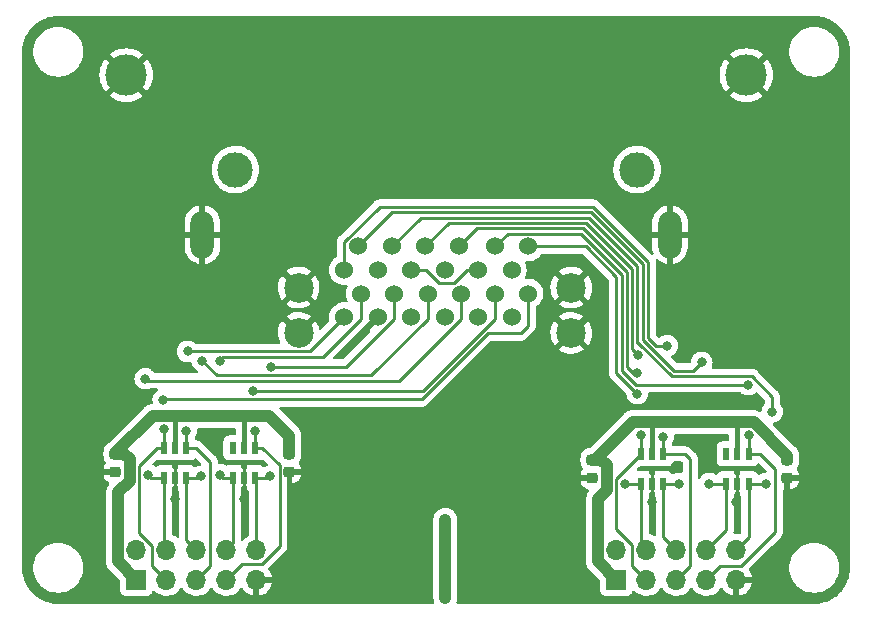
<source format=gtl>
G04 #@! TF.GenerationSoftware,KiCad,Pcbnew,(6.0.0)*
G04 #@! TF.CreationDate,2022-08-18T21:48:33-04:00*
G04 #@! TF.ProjectId,GC memory card breakout board (wii pinout),4743206d-656d-46f7-9279-206361726420,rev?*
G04 #@! TF.SameCoordinates,Original*
G04 #@! TF.FileFunction,Copper,L1,Top*
G04 #@! TF.FilePolarity,Positive*
%FSLAX46Y46*%
G04 Gerber Fmt 4.6, Leading zero omitted, Abs format (unit mm)*
G04 Created by KiCad (PCBNEW (6.0.0)) date 2022-08-18 21:48:33*
%MOMM*%
%LPD*%
G01*
G04 APERTURE LIST*
G04 Aperture macros list*
%AMRoundRect*
0 Rectangle with rounded corners*
0 $1 Rounding radius*
0 $2 $3 $4 $5 $6 $7 $8 $9 X,Y pos of 4 corners*
0 Add a 4 corners polygon primitive as box body*
4,1,4,$2,$3,$4,$5,$6,$7,$8,$9,$2,$3,0*
0 Add four circle primitives for the rounded corners*
1,1,$1+$1,$2,$3*
1,1,$1+$1,$4,$5*
1,1,$1+$1,$6,$7*
1,1,$1+$1,$8,$9*
0 Add four rect primitives between the rounded corners*
20,1,$1+$1,$2,$3,$4,$5,0*
20,1,$1+$1,$4,$5,$6,$7,0*
20,1,$1+$1,$6,$7,$8,$9,0*
20,1,$1+$1,$8,$9,$2,$3,0*%
G04 Aperture macros list end*
G04 #@! TA.AperFunction,SMDPad,CuDef*
%ADD10RoundRect,0.225000X-0.250000X0.225000X-0.250000X-0.225000X0.250000X-0.225000X0.250000X0.225000X0*%
G04 #@! TD*
G04 #@! TA.AperFunction,ComponentPad*
%ADD11R,1.700000X1.700000*%
G04 #@! TD*
G04 #@! TA.AperFunction,ComponentPad*
%ADD12O,1.700000X1.700000*%
G04 #@! TD*
G04 #@! TA.AperFunction,SMDPad,CuDef*
%ADD13R,0.600000X1.100000*%
G04 #@! TD*
G04 #@! TA.AperFunction,WasherPad*
%ADD14C,3.000000*%
G04 #@! TD*
G04 #@! TA.AperFunction,ComponentPad*
%ADD15C,1.524000*%
G04 #@! TD*
G04 #@! TA.AperFunction,ComponentPad*
%ADD16C,2.500000*%
G04 #@! TD*
G04 #@! TA.AperFunction,ComponentPad*
%ADD17O,2.000000X4.000000*%
G04 #@! TD*
G04 #@! TA.AperFunction,ComponentPad*
%ADD18C,3.500000*%
G04 #@! TD*
G04 #@! TA.AperFunction,ViaPad*
%ADD19C,0.800000*%
G04 #@! TD*
G04 #@! TA.AperFunction,Conductor*
%ADD20C,1.000000*%
G04 #@! TD*
G04 #@! TA.AperFunction,Conductor*
%ADD21C,0.400000*%
G04 #@! TD*
G04 #@! TA.AperFunction,Conductor*
%ADD22C,0.250000*%
G04 #@! TD*
G04 APERTURE END LIST*
D10*
X99822000Y-68059000D03*
X99822000Y-69609000D03*
D11*
X142240000Y-78740000D03*
D12*
X142240000Y-76200000D03*
X144780000Y-78740000D03*
X144780000Y-76200000D03*
X147320000Y-78740000D03*
X147320000Y-76200000D03*
X149860000Y-78740000D03*
X149860000Y-76200000D03*
X152400000Y-78740000D03*
X152400000Y-76200000D03*
D10*
X114554000Y-68059000D03*
X114554000Y-69609000D03*
D13*
X109794000Y-70084000D03*
X110744000Y-70084000D03*
X111694000Y-70084000D03*
X111694000Y-67584000D03*
X110744000Y-67584000D03*
X109794000Y-67584000D03*
X151551600Y-70592000D03*
X152501600Y-70592000D03*
X153451600Y-70592000D03*
X153451600Y-68092000D03*
X152501600Y-68092000D03*
X151551600Y-68092000D03*
D14*
X144000000Y-44013000D03*
X110000000Y-44013000D03*
D15*
X134799000Y-54513000D03*
X133381000Y-56513000D03*
X131963000Y-54513000D03*
X130545000Y-56513000D03*
X129127000Y-54513000D03*
X127709000Y-56513000D03*
X126291000Y-54513000D03*
X124873000Y-56513000D03*
X123455000Y-54513000D03*
X122037000Y-56513000D03*
X120619000Y-54513000D03*
X119201000Y-56513000D03*
X134799000Y-50513000D03*
X133381000Y-52513000D03*
X131963000Y-50513000D03*
X130545000Y-52513000D03*
X128906200Y-50513000D03*
X127709000Y-52513000D03*
X126070200Y-50513000D03*
X124873000Y-52513000D03*
X123234200Y-50513000D03*
X122037000Y-52513000D03*
X120398200Y-50513000D03*
X119201000Y-52513000D03*
D16*
X138429600Y-54005000D03*
X138429600Y-57835000D03*
X115349600Y-54005000D03*
X115349600Y-57835000D03*
D17*
X146799000Y-49513000D03*
X107201000Y-49513000D03*
D18*
X153250000Y-36013000D03*
X100750000Y-36013000D03*
D13*
X144338000Y-70592000D03*
X145288000Y-70592000D03*
X146238000Y-70592000D03*
X146238000Y-68092000D03*
X145288000Y-68092000D03*
X144338000Y-68092000D03*
D11*
X101600000Y-78740000D03*
D12*
X101600000Y-76200000D03*
X104140000Y-78740000D03*
X104140000Y-76200000D03*
X106680000Y-78740000D03*
X106680000Y-76200000D03*
X109220000Y-78740000D03*
X109220000Y-76200000D03*
X111760000Y-78740000D03*
X111760000Y-76200000D03*
D13*
X103952000Y-70084000D03*
X104902000Y-70084000D03*
X105852000Y-70084000D03*
X105852000Y-67584000D03*
X104902000Y-67584000D03*
X103952000Y-67584000D03*
D10*
X140208000Y-68567000D03*
X140208000Y-70117000D03*
X156718000Y-68567000D03*
X156718000Y-70117000D03*
D19*
X127736489Y-80289511D03*
X127762000Y-73660000D03*
X126238000Y-74422000D03*
X110744000Y-71882000D03*
X152400000Y-72136000D03*
X104902000Y-71882000D03*
X129540000Y-72644000D03*
X129286000Y-62230000D03*
X145288000Y-72136000D03*
X102616000Y-69850000D03*
X102362000Y-61722000D03*
X107061000Y-69977000D03*
X107188000Y-60198000D03*
X111694000Y-66106000D03*
X111506000Y-62738000D03*
X103952000Y-65974000D03*
X103886000Y-63500000D03*
X105852000Y-66106000D03*
X105944489Y-59409511D03*
X108712000Y-69850000D03*
X108712000Y-60198000D03*
X112903000Y-69977000D03*
X113030000Y-60706000D03*
X144018000Y-61214000D03*
X143022000Y-70592000D03*
X144096560Y-59690000D03*
X147554000Y-70592000D03*
X153451600Y-66512400D03*
X153416000Y-62230000D03*
X144338000Y-66482000D03*
X144018000Y-62992000D03*
X146238000Y-66614000D03*
X146558000Y-58928000D03*
X150134000Y-70592000D03*
X149479000Y-60325000D03*
X155448000Y-64516000D03*
X154920000Y-70592000D03*
D20*
X100571000Y-68059000D02*
X99822000Y-68059000D01*
X100050489Y-71336991D02*
X101029480Y-70358000D01*
D21*
X104902000Y-65024000D02*
X104752489Y-64874489D01*
D20*
X140690489Y-77190489D02*
X140690489Y-71907511D01*
X104752489Y-64874489D02*
X102988567Y-64874489D01*
X99822000Y-68041056D02*
X99822000Y-68059000D01*
X114554000Y-66548000D02*
X112880489Y-64874489D01*
X156718000Y-68567000D02*
X156718000Y-68223856D01*
D21*
X152501600Y-68092000D02*
X152501600Y-65633600D01*
D20*
X114554000Y-68059000D02*
X114554000Y-66548000D01*
X101600000Y-78740000D02*
X100050489Y-77190489D01*
X140690489Y-71907511D02*
X141415480Y-71182520D01*
X142240000Y-78740000D02*
X140690489Y-77190489D01*
X140957000Y-68567000D02*
X140208000Y-68567000D01*
X101029480Y-70358000D02*
X101029480Y-68517480D01*
X112880489Y-64874489D02*
X110594489Y-64874489D01*
X102988567Y-64874489D02*
X99822000Y-68041056D01*
D21*
X145288000Y-68092000D02*
X145288000Y-65486978D01*
D20*
X110594489Y-64874489D02*
X104752489Y-64874489D01*
X153876633Y-65382489D02*
X152250489Y-65382489D01*
X127762000Y-73660000D02*
X127762000Y-80264000D01*
X140462000Y-68567000D02*
X143646511Y-65382489D01*
D21*
X104902000Y-67584000D02*
X104902000Y-65024000D01*
D20*
X100050489Y-77190489D02*
X100050489Y-71336991D01*
X140208000Y-68567000D02*
X140462000Y-68567000D01*
D21*
X145288000Y-65486978D02*
X145183511Y-65382489D01*
D20*
X101029480Y-68517480D02*
X100571000Y-68059000D01*
D21*
X110744000Y-65024000D02*
X110594489Y-64874489D01*
D20*
X156718000Y-68223856D02*
X153876633Y-65382489D01*
X152250489Y-65382489D02*
X145183511Y-65382489D01*
D21*
X110744000Y-67584000D02*
X110744000Y-65024000D01*
D20*
X141415480Y-71182520D02*
X141415480Y-69025480D01*
X145183511Y-65382489D02*
X143646511Y-65382489D01*
D21*
X152501600Y-65633600D02*
X152250489Y-65382489D01*
D20*
X141415480Y-69025480D02*
X140957000Y-68567000D01*
D22*
X126172440Y-52513000D02*
X127258951Y-53599511D01*
X129605000Y-52513000D02*
X130545000Y-52513000D01*
X124873000Y-52513000D02*
X126172440Y-52513000D01*
X127258951Y-53599511D02*
X128518489Y-53599511D01*
X128518489Y-53599511D02*
X129605000Y-52513000D01*
X103952000Y-70084000D02*
X102850000Y-70084000D01*
X129127000Y-56631560D02*
X123878529Y-61880031D01*
X103952000Y-76012000D02*
X104140000Y-76200000D01*
X103952000Y-70084000D02*
X103952000Y-72832000D01*
X103952000Y-72832000D02*
X103952000Y-76012000D01*
X102520031Y-61880031D02*
X102362000Y-61722000D01*
X129127000Y-54513000D02*
X129127000Y-56631560D01*
X102850000Y-70084000D02*
X102616000Y-69850000D01*
X123878529Y-61880031D02*
X102520031Y-61880031D01*
X126291000Y-54513000D02*
X126291000Y-56631560D01*
X105852000Y-75372000D02*
X106680000Y-76200000D01*
X105852000Y-72710000D02*
X105852000Y-75372000D01*
X105852000Y-70084000D02*
X105852000Y-72710000D01*
X121492049Y-61430511D02*
X108420511Y-61430511D01*
X126291000Y-56631560D02*
X121492049Y-61430511D01*
X105852000Y-70084000D02*
X106954000Y-70084000D01*
X108420511Y-61430511D02*
X107188000Y-60198000D01*
X112246499Y-77374511D02*
X110585489Y-77374511D01*
X110585489Y-77374511D02*
X109220000Y-78740000D01*
X111506000Y-62738000D02*
X125856560Y-62738000D01*
X113754480Y-69050480D02*
X112288000Y-67584000D01*
X125856560Y-62738000D02*
X131963000Y-56631560D01*
X111694000Y-67584000D02*
X111694000Y-66106000D01*
X113754480Y-69050480D02*
X113754480Y-75866530D01*
X131963000Y-56631560D02*
X131963000Y-54513000D01*
X111694000Y-67584000D02*
X112288000Y-67584000D01*
X113754480Y-75866530D02*
X112246499Y-77374511D01*
X102965489Y-77565489D02*
X104140000Y-78740000D01*
X103952000Y-67584000D02*
X103358000Y-67584000D01*
X103952000Y-67584000D02*
X103952000Y-65974000D01*
X131360998Y-57869280D02*
X125767766Y-63462511D01*
X134154720Y-57869280D02*
X131360998Y-57869280D01*
X101854000Y-69088000D02*
X101854000Y-74792990D01*
X125767766Y-63462511D02*
X103923489Y-63462511D01*
X102965489Y-75904479D02*
X102965489Y-77565489D01*
X101854000Y-74792990D02*
X102965489Y-75904479D01*
X103358000Y-67584000D02*
X101854000Y-69088000D01*
X134799000Y-57225000D02*
X134154720Y-57869280D01*
X134799000Y-54513000D02*
X134799000Y-57225000D01*
X107854511Y-77565489D02*
X107854511Y-68738511D01*
X107854511Y-68738511D02*
X106700000Y-67584000D01*
X105852000Y-67584000D02*
X105852000Y-66106000D01*
X119201000Y-56513000D02*
X116304489Y-59409511D01*
X106700000Y-67584000D02*
X105852000Y-67584000D01*
X106680000Y-78740000D02*
X107854511Y-77565489D01*
X116304489Y-59409511D02*
X105944489Y-59409511D01*
X108712000Y-60113031D02*
X108712000Y-60198000D01*
X108966000Y-59859031D02*
X108712000Y-60113031D01*
X109794000Y-70084000D02*
X109794000Y-72832000D01*
X108946000Y-70084000D02*
X108712000Y-69850000D01*
X120619000Y-54513000D02*
X120619000Y-56631560D01*
X109794000Y-75626000D02*
X109220000Y-76200000D01*
X109794000Y-72832000D02*
X109794000Y-75626000D01*
X109794000Y-70084000D02*
X108946000Y-70084000D01*
X117391529Y-59859031D02*
X108966000Y-59859031D01*
X120619000Y-56631560D02*
X117391529Y-59859031D01*
X112796000Y-70084000D02*
X112903000Y-69977000D01*
X119380560Y-60706000D02*
X123455000Y-56631560D01*
X111760000Y-70150000D02*
X111694000Y-70084000D01*
X113030000Y-60706000D02*
X119380560Y-60706000D01*
X111694000Y-70084000D02*
X112796000Y-70084000D01*
X111760000Y-71882000D02*
X111760000Y-70150000D01*
X111760000Y-76200000D02*
X111760000Y-72898000D01*
X123455000Y-56631560D02*
X123455000Y-54513000D01*
X111760000Y-72898000D02*
X111760000Y-71882000D01*
X128906200Y-50513000D02*
X130442231Y-48976969D01*
X139402405Y-48976969D02*
X143139040Y-52713606D01*
X130442231Y-48976969D02*
X139402405Y-48976969D01*
X144780000Y-76200000D02*
X144338000Y-75758000D01*
X143139040Y-52713606D02*
X143139040Y-60706000D01*
X144338000Y-70592000D02*
X143022000Y-70592000D01*
X143647040Y-61214000D02*
X144018000Y-61214000D01*
X144338000Y-73340000D02*
X144338000Y-70592000D01*
X144338000Y-75758000D02*
X144338000Y-73340000D01*
X143139040Y-60706000D02*
X143647040Y-61214000D01*
X146238000Y-70592000D02*
X147554000Y-70592000D01*
X147320000Y-76200000D02*
X146238000Y-75118000D01*
X143588560Y-59182000D02*
X144096560Y-59690000D01*
X128055751Y-48527449D02*
X139713449Y-48527449D01*
X143588560Y-52402560D02*
X143588560Y-59182000D01*
X126070200Y-50513000D02*
X128055751Y-48527449D01*
X146238000Y-73472000D02*
X146238000Y-70592000D01*
X139713449Y-48527449D02*
X143588560Y-52402560D01*
X146238000Y-75118000D02*
X146238000Y-73472000D01*
X154902480Y-68580000D02*
X154414480Y-68092000D01*
X155702000Y-69342000D02*
X155702000Y-74676000D01*
X153451600Y-68092000D02*
X153451600Y-66512400D01*
X154414480Y-68092000D02*
X153451600Y-68092000D01*
X154902480Y-68580000D02*
X154940000Y-68580000D01*
X149860000Y-78740000D02*
X151034511Y-77565489D01*
X131963000Y-50513000D02*
X133049511Y-49426489D01*
X152812511Y-77565489D02*
X154940000Y-75438000D01*
X133049511Y-49426489D02*
X139216207Y-49426489D01*
X142689520Y-52899803D02*
X142689520Y-61027802D01*
X143891718Y-62230000D02*
X153416000Y-62230000D01*
X154940000Y-68580000D02*
X155702000Y-69342000D01*
X151034511Y-77565489D02*
X152812511Y-77565489D01*
X142689520Y-61027802D02*
X143891718Y-62230000D01*
X155702000Y-74676000D02*
X154940000Y-75438000D01*
X139216207Y-49426489D02*
X142689520Y-52899803D01*
X139667000Y-50513000D02*
X142240000Y-53086000D01*
X143605489Y-77565489D02*
X144780000Y-78740000D01*
X144338000Y-68092000D02*
X142240000Y-70190000D01*
X134799000Y-50513000D02*
X139667000Y-50513000D01*
X142240000Y-70190000D02*
X142240000Y-74422000D01*
X144338000Y-68092000D02*
X144338000Y-66482000D01*
X142240000Y-61214000D02*
X144018000Y-62992000D01*
X142240000Y-53086000D02*
X142240000Y-61214000D01*
X143605489Y-75787489D02*
X143605489Y-77565489D01*
X142240000Y-74422000D02*
X143605489Y-75787489D01*
X147320000Y-78740000D02*
X148494511Y-77565489D01*
X144937120Y-58234510D02*
X145630610Y-58928000D01*
X122195751Y-47178889D02*
X140272041Y-47178889D01*
X144937120Y-51843969D02*
X144937120Y-58234510D01*
X148494511Y-68484511D02*
X148102000Y-68092000D01*
X146238000Y-68092000D02*
X146238000Y-66614000D01*
X148102000Y-68092000D02*
X146238000Y-68092000D01*
X145630610Y-58928000D02*
X146558000Y-58928000D01*
X148494511Y-77565489D02*
X148494511Y-68484511D01*
X140272041Y-47178889D02*
X144937120Y-51843969D01*
X119201000Y-50173640D02*
X122195751Y-47178889D01*
X119201000Y-52513000D02*
X119201000Y-50173640D01*
X120398200Y-50513000D02*
X123282791Y-47628409D01*
X123282791Y-47628409D02*
X140085843Y-47628409D01*
X140085843Y-47628409D02*
X144487600Y-52030166D01*
X144487600Y-52030166D02*
X144487600Y-58420708D01*
X151551600Y-73492400D02*
X151551600Y-70592000D01*
X149860000Y-76200000D02*
X151551600Y-74508400D01*
X147122861Y-61055969D02*
X148748031Y-61055969D01*
X151551600Y-70592000D02*
X150134000Y-70592000D01*
X148748031Y-61055969D02*
X149479000Y-60325000D01*
X144487600Y-58420708D02*
X147122861Y-61055969D01*
X151551600Y-74508400D02*
X151551600Y-73492400D01*
X153451600Y-75148400D02*
X152400000Y-76200000D01*
X144105174Y-58674000D02*
X144038080Y-58674000D01*
X144038080Y-58674000D02*
X144038080Y-52216363D01*
X153451600Y-70592000D02*
X154920000Y-70592000D01*
X146936663Y-61505489D02*
X144105174Y-58674000D01*
X153451600Y-73370400D02*
X153451600Y-75148400D01*
X155448000Y-63237386D02*
X153716103Y-61505489D01*
X153451600Y-70592000D02*
X153451600Y-73370400D01*
X139899646Y-48077929D02*
X125669271Y-48077929D01*
X153716103Y-61505489D02*
X146936663Y-61505489D01*
X125669271Y-48077929D02*
X123234200Y-50513000D01*
X144038080Y-52216363D02*
X139899646Y-48077929D01*
X155448000Y-64516000D02*
X155448000Y-63237386D01*
G04 #@! TA.AperFunction,Conductor*
G36*
X158974057Y-30989500D02*
G01*
X158988858Y-30991805D01*
X158988861Y-30991805D01*
X158997730Y-30993186D01*
X159006631Y-30992022D01*
X159006635Y-30992022D01*
X159016411Y-30990743D01*
X159039342Y-30989852D01*
X159316003Y-31004351D01*
X159329119Y-31005729D01*
X159631193Y-31053573D01*
X159644093Y-31056315D01*
X159939510Y-31135472D01*
X159952053Y-31139548D01*
X160237565Y-31249145D01*
X160249614Y-31254509D01*
X160522120Y-31393358D01*
X160533536Y-31399949D01*
X160790042Y-31566526D01*
X160800702Y-31574272D01*
X161033689Y-31762941D01*
X161038379Y-31766739D01*
X161048180Y-31775564D01*
X161264436Y-31991820D01*
X161273261Y-32001621D01*
X161464519Y-32237804D01*
X161465726Y-32239295D01*
X161473474Y-32249958D01*
X161575833Y-32407577D01*
X161640048Y-32506459D01*
X161646642Y-32517880D01*
X161785491Y-32790386D01*
X161790855Y-32802435D01*
X161900452Y-33087947D01*
X161904528Y-33100490D01*
X161983685Y-33395907D01*
X161986427Y-33408807D01*
X162034271Y-33710881D01*
X162035649Y-33723997D01*
X162046143Y-33924228D01*
X162049764Y-33993330D01*
X162048436Y-34019312D01*
X162048195Y-34020856D01*
X162048195Y-34020860D01*
X162046814Y-34029730D01*
X162047978Y-34038632D01*
X162047978Y-34038635D01*
X162050936Y-34061251D01*
X162052000Y-34077589D01*
X162052000Y-77674672D01*
X162050500Y-77694056D01*
X162046814Y-77717730D01*
X162047978Y-77726631D01*
X162047978Y-77726635D01*
X162049257Y-77736411D01*
X162050148Y-77759342D01*
X162037001Y-78010213D01*
X162035649Y-78036002D01*
X162034271Y-78049119D01*
X161986427Y-78351193D01*
X161983685Y-78364093D01*
X161904528Y-78659510D01*
X161900452Y-78672053D01*
X161790855Y-78957565D01*
X161785491Y-78969614D01*
X161646642Y-79242120D01*
X161640051Y-79253536D01*
X161473474Y-79510042D01*
X161465728Y-79520702D01*
X161312412Y-79710032D01*
X161273261Y-79758379D01*
X161264436Y-79768180D01*
X161048180Y-79984436D01*
X161038379Y-79993261D01*
X160813058Y-80175723D01*
X160800705Y-80185726D01*
X160790042Y-80193474D01*
X160533536Y-80360051D01*
X160522120Y-80366642D01*
X160249614Y-80505491D01*
X160237564Y-80510855D01*
X159980371Y-80609582D01*
X159952053Y-80620452D01*
X159939511Y-80624528D01*
X159843817Y-80650169D01*
X159644093Y-80703685D01*
X159631193Y-80706427D01*
X159329119Y-80754271D01*
X159316003Y-80755649D01*
X159046666Y-80769764D01*
X159020688Y-80768436D01*
X159019144Y-80768195D01*
X159019140Y-80768195D01*
X159010270Y-80766814D01*
X159001368Y-80767978D01*
X159001365Y-80767978D01*
X158978749Y-80770936D01*
X158962411Y-80772000D01*
X128831081Y-80772000D01*
X128762960Y-80751998D01*
X128716467Y-80698342D01*
X128706363Y-80628068D01*
X128710979Y-80607901D01*
X128742515Y-80508487D01*
X128753235Y-80474694D01*
X128770500Y-80320773D01*
X128770500Y-73610231D01*
X128769814Y-73603227D01*
X128756681Y-73469301D01*
X128756080Y-73463167D01*
X128698916Y-73273831D01*
X128606066Y-73099204D01*
X128535709Y-73012938D01*
X128484960Y-72950713D01*
X128484957Y-72950710D01*
X128481065Y-72945938D01*
X128474724Y-72940692D01*
X128333425Y-72823799D01*
X128333421Y-72823797D01*
X128328675Y-72819870D01*
X128154701Y-72725802D01*
X127965768Y-72667318D01*
X127959643Y-72666674D01*
X127959642Y-72666674D01*
X127775204Y-72647289D01*
X127775202Y-72647289D01*
X127769075Y-72646645D01*
X127686576Y-72654153D01*
X127578251Y-72664011D01*
X127578248Y-72664012D01*
X127572112Y-72664570D01*
X127566206Y-72666308D01*
X127566202Y-72666309D01*
X127461076Y-72697249D01*
X127382381Y-72720410D01*
X127376923Y-72723263D01*
X127376919Y-72723265D01*
X127286147Y-72770720D01*
X127207110Y-72812040D01*
X127052975Y-72935968D01*
X126925846Y-73087474D01*
X126922879Y-73092872D01*
X126922875Y-73092877D01*
X126919397Y-73099204D01*
X126830567Y-73260787D01*
X126828706Y-73266654D01*
X126828705Y-73266656D01*
X126772627Y-73443436D01*
X126770765Y-73449306D01*
X126753500Y-73603227D01*
X126753500Y-80313769D01*
X126753800Y-80316825D01*
X126753800Y-80316832D01*
X126754530Y-80324273D01*
X126767920Y-80460833D01*
X126769702Y-80466734D01*
X126769702Y-80466736D01*
X126812830Y-80609582D01*
X126813371Y-80680577D01*
X126775443Y-80740593D01*
X126711089Y-80770577D01*
X126692208Y-80772000D01*
X95045328Y-80772000D01*
X95025943Y-80770500D01*
X95011142Y-80768195D01*
X95011139Y-80768195D01*
X95002270Y-80766814D01*
X94993369Y-80767978D01*
X94993365Y-80767978D01*
X94983589Y-80769257D01*
X94960658Y-80770148D01*
X94683997Y-80755649D01*
X94670881Y-80754271D01*
X94368807Y-80706427D01*
X94355907Y-80703685D01*
X94156183Y-80650169D01*
X94060489Y-80624528D01*
X94047947Y-80620452D01*
X94019630Y-80609582D01*
X93762436Y-80510855D01*
X93750386Y-80505491D01*
X93477880Y-80366642D01*
X93466464Y-80360051D01*
X93209958Y-80193474D01*
X93199295Y-80185726D01*
X93186943Y-80175723D01*
X92961621Y-79993261D01*
X92951820Y-79984436D01*
X92735564Y-79768180D01*
X92726739Y-79758379D01*
X92687588Y-79710032D01*
X92534272Y-79520702D01*
X92526526Y-79510042D01*
X92359949Y-79253536D01*
X92353358Y-79242120D01*
X92214509Y-78969614D01*
X92209145Y-78957565D01*
X92099548Y-78672053D01*
X92095472Y-78659510D01*
X92016315Y-78364093D01*
X92013573Y-78351193D01*
X91965729Y-78049119D01*
X91964351Y-78036002D01*
X91964087Y-78030961D01*
X91954955Y-77856703D01*
X92886743Y-77856703D01*
X92887302Y-77860947D01*
X92887302Y-77860951D01*
X92894104Y-77912617D01*
X92924268Y-78141734D01*
X92925401Y-78145874D01*
X92925401Y-78145876D01*
X92936855Y-78187745D01*
X93000129Y-78419036D01*
X93001813Y-78422984D01*
X93108051Y-78672053D01*
X93112923Y-78683476D01*
X93124693Y-78703142D01*
X93218526Y-78859925D01*
X93260561Y-78930161D01*
X93440313Y-79154528D01*
X93648851Y-79352423D01*
X93882317Y-79520186D01*
X93886112Y-79522195D01*
X93886113Y-79522196D01*
X93907869Y-79533715D01*
X94136392Y-79654712D01*
X94406373Y-79753511D01*
X94687264Y-79814755D01*
X94715841Y-79817004D01*
X94910282Y-79832307D01*
X94910291Y-79832307D01*
X94912739Y-79832500D01*
X95068271Y-79832500D01*
X95070407Y-79832354D01*
X95070418Y-79832354D01*
X95278548Y-79818165D01*
X95278554Y-79818164D01*
X95282825Y-79817873D01*
X95287020Y-79817004D01*
X95287022Y-79817004D01*
X95479523Y-79777139D01*
X95564342Y-79759574D01*
X95835343Y-79663607D01*
X96090812Y-79531750D01*
X96094313Y-79529289D01*
X96094317Y-79529287D01*
X96225367Y-79437183D01*
X96326023Y-79366441D01*
X96447518Y-79253541D01*
X96533479Y-79173661D01*
X96533481Y-79173658D01*
X96536622Y-79170740D01*
X96718713Y-78948268D01*
X96868927Y-78703142D01*
X96984483Y-78439898D01*
X97007894Y-78357715D01*
X97062068Y-78167534D01*
X97063244Y-78163406D01*
X97094303Y-77945170D01*
X97103146Y-77883036D01*
X97103146Y-77883034D01*
X97103751Y-77878784D01*
X97103815Y-77866684D01*
X97105235Y-77595583D01*
X97105235Y-77595576D01*
X97105257Y-77591297D01*
X97104627Y-77586507D01*
X97078374Y-77387098D01*
X97067732Y-77306266D01*
X96991871Y-77028964D01*
X96939846Y-76906994D01*
X96880763Y-76768476D01*
X96880761Y-76768472D01*
X96879077Y-76764524D01*
X96731439Y-76517839D01*
X96551687Y-76293472D01*
X96401556Y-76151003D01*
X96346258Y-76098527D01*
X96346255Y-76098525D01*
X96343149Y-76095577D01*
X96109683Y-75927814D01*
X96087843Y-75916250D01*
X95977387Y-75857767D01*
X95855608Y-75793288D01*
X95585627Y-75694489D01*
X95304736Y-75633245D01*
X95273685Y-75630801D01*
X95081718Y-75615693D01*
X95081709Y-75615693D01*
X95079261Y-75615500D01*
X94923729Y-75615500D01*
X94921593Y-75615646D01*
X94921582Y-75615646D01*
X94713452Y-75629835D01*
X94713446Y-75629836D01*
X94709175Y-75630127D01*
X94704980Y-75630996D01*
X94704978Y-75630996D01*
X94568417Y-75659276D01*
X94427658Y-75688426D01*
X94156657Y-75784393D01*
X93901188Y-75916250D01*
X93897687Y-75918711D01*
X93897683Y-75918713D01*
X93884734Y-75927814D01*
X93665977Y-76081559D01*
X93602718Y-76140343D01*
X93458797Y-76274083D01*
X93455378Y-76277260D01*
X93273287Y-76499732D01*
X93123073Y-76744858D01*
X93121347Y-76748791D01*
X93121346Y-76748792D01*
X93009243Y-77004170D01*
X93007517Y-77008102D01*
X92928756Y-77284594D01*
X92888249Y-77569216D01*
X92888227Y-77573505D01*
X92888226Y-77573512D01*
X92886765Y-77852417D01*
X92886743Y-77856703D01*
X91954955Y-77856703D01*
X91950236Y-77766666D01*
X91951564Y-77740688D01*
X91951805Y-77739144D01*
X91951805Y-77739140D01*
X91953186Y-77730270D01*
X91951927Y-77720635D01*
X91949064Y-77698749D01*
X91948000Y-77682411D01*
X91948000Y-68037518D01*
X98808626Y-68037518D01*
X98809205Y-68043646D01*
X98809195Y-68046695D01*
X98808645Y-68051925D01*
X98813218Y-68102173D01*
X98813500Y-68106207D01*
X98813500Y-68108769D01*
X98813800Y-68111827D01*
X98813800Y-68111831D01*
X98817895Y-68153596D01*
X98817977Y-68154471D01*
X98826570Y-68248888D01*
X98827573Y-68252297D01*
X98827920Y-68255833D01*
X98829700Y-68261728D01*
X98829700Y-68261729D01*
X98833122Y-68273063D01*
X98838500Y-68309481D01*
X98838500Y-68332732D01*
X98838837Y-68335978D01*
X98838837Y-68335982D01*
X98839414Y-68341538D01*
X98849113Y-68435019D01*
X98851295Y-68441559D01*
X98900537Y-68589153D01*
X98903244Y-68597268D01*
X98907096Y-68603492D01*
X98907096Y-68603493D01*
X98932809Y-68645044D01*
X98993248Y-68742713D01*
X98998430Y-68747886D01*
X99002977Y-68753623D01*
X99001170Y-68755055D01*
X99029902Y-68807575D01*
X99024892Y-68878395D01*
X99001501Y-68914853D01*
X99002552Y-68915683D01*
X98989002Y-68932840D01*
X98906996Y-69065880D01*
X98900849Y-69079061D01*
X98851509Y-69227814D01*
X98848642Y-69241190D01*
X98839328Y-69332097D01*
X98839071Y-69337126D01*
X98843475Y-69352124D01*
X98844865Y-69353329D01*
X98852548Y-69355000D01*
X99894980Y-69355000D01*
X99963101Y-69375002D01*
X100009594Y-69428658D01*
X100020980Y-69481000D01*
X100020980Y-69737000D01*
X100000978Y-69805121D01*
X99947322Y-69851614D01*
X99894980Y-69863000D01*
X98857115Y-69863000D01*
X98841876Y-69867475D01*
X98840671Y-69868865D01*
X98839000Y-69876548D01*
X98839000Y-69879438D01*
X98839337Y-69885953D01*
X98848894Y-69978057D01*
X98851788Y-69991456D01*
X98901381Y-70140107D01*
X98907555Y-70153286D01*
X98989788Y-70286173D01*
X98998824Y-70297574D01*
X99109429Y-70407986D01*
X99120840Y-70416998D01*
X99250382Y-70496848D01*
X99297875Y-70549620D01*
X99309299Y-70619691D01*
X99281632Y-70684081D01*
X99274847Y-70692340D01*
X99274185Y-70693138D01*
X99214335Y-70764465D01*
X99211767Y-70769135D01*
X99208386Y-70773252D01*
X99185403Y-70816116D01*
X99164512Y-70855077D01*
X99163883Y-70856236D01*
X99122027Y-70932372D01*
X99122024Y-70932380D01*
X99119056Y-70937778D01*
X99117444Y-70942860D01*
X99114927Y-70947554D01*
X99087727Y-71036522D01*
X99087407Y-71037550D01*
X99059254Y-71126297D01*
X99058660Y-71131593D01*
X99057102Y-71136689D01*
X99048042Y-71225885D01*
X99047707Y-71229178D01*
X99047578Y-71230384D01*
X99041989Y-71280218D01*
X99041989Y-71283745D01*
X99041934Y-71284730D01*
X99041487Y-71290410D01*
X99037115Y-71333453D01*
X99038210Y-71345036D01*
X99041430Y-71379100D01*
X99041989Y-71390958D01*
X99041989Y-77128646D01*
X99041252Y-77142253D01*
X99038235Y-77170031D01*
X99037165Y-77179877D01*
X99037702Y-77186012D01*
X99041539Y-77229877D01*
X99041868Y-77234703D01*
X99041989Y-77237175D01*
X99041989Y-77240258D01*
X99042290Y-77243326D01*
X99046179Y-77282995D01*
X99046301Y-77284308D01*
X99054402Y-77376902D01*
X99055889Y-77382021D01*
X99056409Y-77387322D01*
X99083280Y-77476323D01*
X99083615Y-77477456D01*
X99085330Y-77483357D01*
X99109580Y-77566825D01*
X99112033Y-77571557D01*
X99113573Y-77576658D01*
X99116467Y-77582101D01*
X99157220Y-77658749D01*
X99157832Y-77659915D01*
X99195771Y-77733105D01*
X99200597Y-77742415D01*
X99203920Y-77746578D01*
X99206423Y-77751285D01*
X99265244Y-77823407D01*
X99265935Y-77824263D01*
X99297227Y-77863462D01*
X99299731Y-77865966D01*
X99300373Y-77866684D01*
X99304074Y-77871017D01*
X99331424Y-77904551D01*
X99336171Y-77908478D01*
X99336173Y-77908480D01*
X99366751Y-77933776D01*
X99375531Y-77941766D01*
X100204595Y-78770830D01*
X100238621Y-78833142D01*
X100241500Y-78859925D01*
X100241500Y-79638134D01*
X100248255Y-79700316D01*
X100299385Y-79836705D01*
X100386739Y-79953261D01*
X100503295Y-80040615D01*
X100639684Y-80091745D01*
X100701866Y-80098500D01*
X102498134Y-80098500D01*
X102560316Y-80091745D01*
X102696705Y-80040615D01*
X102813261Y-79953261D01*
X102900615Y-79836705D01*
X102922799Y-79777529D01*
X102944598Y-79719382D01*
X102987240Y-79662618D01*
X103053802Y-79637918D01*
X103123150Y-79653126D01*
X103157817Y-79681114D01*
X103186250Y-79713938D01*
X103358126Y-79856632D01*
X103551000Y-79969338D01*
X103555825Y-79971180D01*
X103555826Y-79971181D01*
X103602767Y-79989106D01*
X103759692Y-80049030D01*
X103764760Y-80050061D01*
X103764763Y-80050062D01*
X103859862Y-80069410D01*
X103978597Y-80093567D01*
X103983772Y-80093757D01*
X103983774Y-80093757D01*
X104196673Y-80101564D01*
X104196677Y-80101564D01*
X104201837Y-80101753D01*
X104206957Y-80101097D01*
X104206959Y-80101097D01*
X104418288Y-80074025D01*
X104418289Y-80074025D01*
X104423416Y-80073368D01*
X104428366Y-80071883D01*
X104632429Y-80010661D01*
X104632434Y-80010659D01*
X104637384Y-80009174D01*
X104837994Y-79910896D01*
X105019860Y-79781173D01*
X105032899Y-79768180D01*
X105120268Y-79681115D01*
X105178096Y-79623489D01*
X105308453Y-79442077D01*
X105309776Y-79443028D01*
X105356645Y-79399857D01*
X105426580Y-79387625D01*
X105492026Y-79415144D01*
X105519875Y-79446994D01*
X105579987Y-79545088D01*
X105726250Y-79713938D01*
X105898126Y-79856632D01*
X106091000Y-79969338D01*
X106095825Y-79971180D01*
X106095826Y-79971181D01*
X106142767Y-79989106D01*
X106299692Y-80049030D01*
X106304760Y-80050061D01*
X106304763Y-80050062D01*
X106399862Y-80069410D01*
X106518597Y-80093567D01*
X106523772Y-80093757D01*
X106523774Y-80093757D01*
X106736673Y-80101564D01*
X106736677Y-80101564D01*
X106741837Y-80101753D01*
X106746957Y-80101097D01*
X106746959Y-80101097D01*
X106958288Y-80074025D01*
X106958289Y-80074025D01*
X106963416Y-80073368D01*
X106968366Y-80071883D01*
X107172429Y-80010661D01*
X107172434Y-80010659D01*
X107177384Y-80009174D01*
X107377994Y-79910896D01*
X107559860Y-79781173D01*
X107572899Y-79768180D01*
X107660268Y-79681115D01*
X107718096Y-79623489D01*
X107848453Y-79442077D01*
X107849776Y-79443028D01*
X107896645Y-79399857D01*
X107966580Y-79387625D01*
X108032026Y-79415144D01*
X108059875Y-79446994D01*
X108119987Y-79545088D01*
X108266250Y-79713938D01*
X108438126Y-79856632D01*
X108631000Y-79969338D01*
X108635825Y-79971180D01*
X108635826Y-79971181D01*
X108682767Y-79989106D01*
X108839692Y-80049030D01*
X108844760Y-80050061D01*
X108844763Y-80050062D01*
X108939862Y-80069410D01*
X109058597Y-80093567D01*
X109063772Y-80093757D01*
X109063774Y-80093757D01*
X109276673Y-80101564D01*
X109276677Y-80101564D01*
X109281837Y-80101753D01*
X109286957Y-80101097D01*
X109286959Y-80101097D01*
X109498288Y-80074025D01*
X109498289Y-80074025D01*
X109503416Y-80073368D01*
X109508366Y-80071883D01*
X109712429Y-80010661D01*
X109712434Y-80010659D01*
X109717384Y-80009174D01*
X109917994Y-79910896D01*
X110099860Y-79781173D01*
X110112899Y-79768180D01*
X110200268Y-79681115D01*
X110258096Y-79623489D01*
X110388453Y-79442077D01*
X110389640Y-79442930D01*
X110436960Y-79399362D01*
X110506897Y-79387145D01*
X110572338Y-79414678D01*
X110600166Y-79446511D01*
X110657694Y-79540388D01*
X110663777Y-79548699D01*
X110803213Y-79709667D01*
X110810580Y-79716883D01*
X110974434Y-79852916D01*
X110982881Y-79858831D01*
X111166756Y-79966279D01*
X111176042Y-79970729D01*
X111375001Y-80046703D01*
X111384899Y-80049579D01*
X111488250Y-80070606D01*
X111502299Y-80069410D01*
X111506000Y-80059065D01*
X111506000Y-80058517D01*
X112014000Y-80058517D01*
X112018064Y-80072359D01*
X112031478Y-80074393D01*
X112038184Y-80073534D01*
X112048262Y-80071392D01*
X112252255Y-80010191D01*
X112261842Y-80006433D01*
X112453095Y-79912739D01*
X112461945Y-79907464D01*
X112635328Y-79783792D01*
X112643200Y-79777139D01*
X112794052Y-79626812D01*
X112800730Y-79618965D01*
X112925003Y-79446020D01*
X112930313Y-79437183D01*
X113024670Y-79246267D01*
X113028469Y-79236672D01*
X113090377Y-79032910D01*
X113092555Y-79022837D01*
X113093986Y-79011962D01*
X113091775Y-78997778D01*
X113078617Y-78994000D01*
X112032115Y-78994000D01*
X112016876Y-78998475D01*
X112015671Y-78999865D01*
X112014000Y-79007548D01*
X112014000Y-80058517D01*
X111506000Y-80058517D01*
X111506000Y-78612000D01*
X111526002Y-78543879D01*
X111579658Y-78497386D01*
X111632000Y-78486000D01*
X113078344Y-78486000D01*
X113091875Y-78482027D01*
X113093180Y-78472947D01*
X113051214Y-78305875D01*
X113047894Y-78296124D01*
X112962972Y-78100814D01*
X112958105Y-78091739D01*
X112842426Y-77912926D01*
X112836136Y-77904757D01*
X112810323Y-77876390D01*
X112779270Y-77812544D01*
X112787664Y-77742046D01*
X112814420Y-77702494D01*
X114146727Y-76370187D01*
X114155017Y-76362643D01*
X114161498Y-76358530D01*
X114208139Y-76308862D01*
X114210893Y-76306021D01*
X114230614Y-76286300D01*
X114233092Y-76283105D01*
X114240798Y-76274083D01*
X114265638Y-76247631D01*
X114271066Y-76241851D01*
X114280826Y-76224098D01*
X114291679Y-76207575D01*
X114299233Y-76197836D01*
X114304093Y-76191571D01*
X114321656Y-76150987D01*
X114326863Y-76140357D01*
X114348175Y-76101590D01*
X114350146Y-76093913D01*
X114350148Y-76093908D01*
X114353212Y-76081972D01*
X114359618Y-76063260D01*
X114364513Y-76051949D01*
X114367661Y-76044675D01*
X114368901Y-76036847D01*
X114368903Y-76036840D01*
X114374579Y-76001006D01*
X114376985Y-75989386D01*
X114386008Y-75954241D01*
X114386008Y-75954240D01*
X114387980Y-75946560D01*
X114387980Y-75926306D01*
X114389531Y-75906595D01*
X114391460Y-75894416D01*
X114392700Y-75886587D01*
X114388539Y-75842568D01*
X114387980Y-75830711D01*
X114387980Y-70548885D01*
X114808000Y-70548885D01*
X114812475Y-70564124D01*
X114813865Y-70565329D01*
X114821548Y-70567000D01*
X114849438Y-70567000D01*
X114855953Y-70566663D01*
X114948057Y-70557106D01*
X114961456Y-70554212D01*
X115110107Y-70504619D01*
X115123286Y-70498445D01*
X115256173Y-70416212D01*
X115267574Y-70407176D01*
X115377986Y-70296571D01*
X115386998Y-70285160D01*
X115469004Y-70152120D01*
X115475151Y-70138939D01*
X115524491Y-69990186D01*
X115527358Y-69976810D01*
X115536672Y-69885903D01*
X115536929Y-69880874D01*
X115532525Y-69865876D01*
X115531135Y-69864671D01*
X115523452Y-69863000D01*
X114826115Y-69863000D01*
X114810876Y-69867475D01*
X114809671Y-69868865D01*
X114808000Y-69876548D01*
X114808000Y-70548885D01*
X114387980Y-70548885D01*
X114387980Y-69481000D01*
X114407982Y-69412879D01*
X114461638Y-69366386D01*
X114513980Y-69355000D01*
X115518885Y-69355000D01*
X115534124Y-69350525D01*
X115535329Y-69349135D01*
X115537000Y-69341452D01*
X115537000Y-69338562D01*
X115536663Y-69332047D01*
X115527106Y-69239943D01*
X115524212Y-69226544D01*
X115474619Y-69077893D01*
X115468445Y-69064714D01*
X115386212Y-68931827D01*
X115372629Y-68914689D01*
X115374559Y-68913159D01*
X115346097Y-68861120D01*
X115351113Y-68790301D01*
X115374799Y-68753383D01*
X115373843Y-68752628D01*
X115378381Y-68746882D01*
X115383552Y-68741702D01*
X115392882Y-68726566D01*
X115469462Y-68602331D01*
X115469463Y-68602329D01*
X115473302Y-68596101D01*
X115527149Y-68433757D01*
X115537500Y-68332732D01*
X115537500Y-68313583D01*
X115542441Y-68281667D01*
X115542091Y-68281593D01*
X115543372Y-68275566D01*
X115545235Y-68269694D01*
X115546129Y-68261729D01*
X115554794Y-68184474D01*
X115562500Y-68115773D01*
X115562500Y-66609843D01*
X115563237Y-66596236D01*
X115566659Y-66564738D01*
X115566659Y-66564733D01*
X115567324Y-66558612D01*
X115565018Y-66532255D01*
X115562950Y-66508612D01*
X115562621Y-66503786D01*
X115562500Y-66501314D01*
X115562500Y-66498231D01*
X115560473Y-66477556D01*
X115558310Y-66455494D01*
X115558188Y-66454181D01*
X115550623Y-66367718D01*
X115550087Y-66361587D01*
X115548600Y-66356468D01*
X115548080Y-66351167D01*
X115521209Y-66262166D01*
X115520874Y-66261033D01*
X115496630Y-66177586D01*
X115496628Y-66177582D01*
X115494909Y-66171664D01*
X115492456Y-66166932D01*
X115490916Y-66161831D01*
X115488022Y-66156388D01*
X115447269Y-66079740D01*
X115446657Y-66078574D01*
X115406729Y-66001547D01*
X115403892Y-65996074D01*
X115400569Y-65991911D01*
X115398066Y-65987204D01*
X115339245Y-65915082D01*
X115338554Y-65914226D01*
X115307262Y-65875027D01*
X115304758Y-65872523D01*
X115304116Y-65871805D01*
X115300415Y-65867472D01*
X115273065Y-65833938D01*
X115237737Y-65804712D01*
X115228958Y-65796723D01*
X114490087Y-65057852D01*
X113743340Y-64311106D01*
X113709315Y-64248794D01*
X113714379Y-64177979D01*
X113756926Y-64121143D01*
X113823446Y-64096332D01*
X113832435Y-64096011D01*
X125688999Y-64096011D01*
X125700182Y-64096538D01*
X125707675Y-64098213D01*
X125715601Y-64097964D01*
X125715602Y-64097964D01*
X125775752Y-64096073D01*
X125779711Y-64096011D01*
X125807622Y-64096011D01*
X125811557Y-64095514D01*
X125811622Y-64095506D01*
X125823459Y-64094573D01*
X125855717Y-64093559D01*
X125859736Y-64093433D01*
X125867655Y-64093184D01*
X125887109Y-64087532D01*
X125906466Y-64083524D01*
X125918696Y-64081979D01*
X125918697Y-64081979D01*
X125926563Y-64080985D01*
X125933934Y-64078066D01*
X125933936Y-64078066D01*
X125967678Y-64064707D01*
X125978908Y-64060862D01*
X126013749Y-64050740D01*
X126013750Y-64050740D01*
X126021359Y-64048529D01*
X126028178Y-64044496D01*
X126028183Y-64044494D01*
X126038794Y-64038218D01*
X126056542Y-64029523D01*
X126075383Y-64022063D01*
X126111153Y-63996075D01*
X126121073Y-63989559D01*
X126152301Y-63971091D01*
X126152304Y-63971089D01*
X126159128Y-63967053D01*
X126173449Y-63952732D01*
X126188483Y-63939891D01*
X126190314Y-63938561D01*
X126204873Y-63927983D01*
X126233064Y-63893906D01*
X126241054Y-63885127D01*
X130882050Y-59244133D01*
X137385212Y-59244133D01*
X137393925Y-59255653D01*
X137491618Y-59327284D01*
X137499528Y-59332227D01*
X137722490Y-59449533D01*
X137731053Y-59453256D01*
X137968904Y-59536318D01*
X137977913Y-59538732D01*
X138225442Y-59585727D01*
X138234698Y-59586781D01*
X138486457Y-59596673D01*
X138495771Y-59596347D01*
X138746215Y-59568920D01*
X138755392Y-59567219D01*
X138999031Y-59503074D01*
X139007851Y-59500037D01*
X139239336Y-59400583D01*
X139247608Y-59396276D01*
X139461849Y-59263700D01*
X139468788Y-59258658D01*
X139477118Y-59246019D01*
X139471056Y-59235666D01*
X138442412Y-58207022D01*
X138428468Y-58199408D01*
X138426635Y-58199539D01*
X138420020Y-58203790D01*
X137391870Y-59231940D01*
X137385212Y-59244133D01*
X130882050Y-59244133D01*
X131586498Y-58539685D01*
X131648810Y-58505659D01*
X131675593Y-58502780D01*
X134075953Y-58502780D01*
X134087136Y-58503307D01*
X134094629Y-58504982D01*
X134102555Y-58504733D01*
X134102556Y-58504733D01*
X134162706Y-58502842D01*
X134166665Y-58502780D01*
X134194576Y-58502780D01*
X134198511Y-58502283D01*
X134198576Y-58502275D01*
X134210413Y-58501342D01*
X134242671Y-58500328D01*
X134246690Y-58500202D01*
X134254609Y-58499953D01*
X134274063Y-58494301D01*
X134293420Y-58490293D01*
X134305650Y-58488748D01*
X134305651Y-58488748D01*
X134313517Y-58487754D01*
X134320888Y-58484835D01*
X134320890Y-58484835D01*
X134354632Y-58471476D01*
X134365862Y-58467631D01*
X134400703Y-58457509D01*
X134400704Y-58457509D01*
X134408313Y-58455298D01*
X134415132Y-58451265D01*
X134415137Y-58451263D01*
X134425748Y-58444987D01*
X134443496Y-58436292D01*
X134462337Y-58428832D01*
X134498107Y-58402844D01*
X134508027Y-58396328D01*
X134539255Y-58377860D01*
X134539258Y-58377858D01*
X134546082Y-58373822D01*
X134560403Y-58359501D01*
X134575437Y-58346660D01*
X134585414Y-58339411D01*
X134591827Y-58334752D01*
X134620018Y-58300675D01*
X134628008Y-58291896D01*
X135126381Y-57793523D01*
X136667498Y-57793523D01*
X136679587Y-58045175D01*
X136680724Y-58054435D01*
X136729874Y-58301535D01*
X136732368Y-58310528D01*
X136817500Y-58547639D01*
X136821300Y-58556174D01*
X136940546Y-58778101D01*
X136945557Y-58785968D01*
X137009046Y-58870990D01*
X137020304Y-58879439D01*
X137032723Y-58872667D01*
X138057578Y-57847812D01*
X138063956Y-57836132D01*
X138794008Y-57836132D01*
X138794139Y-57837965D01*
X138798390Y-57844580D01*
X139829513Y-58875703D01*
X139841893Y-58882463D01*
X139850234Y-58876219D01*
X139976365Y-58680127D01*
X139980812Y-58671936D01*
X140084291Y-58442222D01*
X140087482Y-58433455D01*
X140155869Y-58190976D01*
X140157729Y-58181834D01*
X140189716Y-57930396D01*
X140190197Y-57924108D01*
X140192447Y-57838160D01*
X140192296Y-57831851D01*
X140173512Y-57579074D01*
X140172136Y-57569868D01*
X140116529Y-57324126D01*
X140113805Y-57315215D01*
X140022488Y-57080392D01*
X140018477Y-57071983D01*
X139893454Y-56853240D01*
X139888243Y-56845514D01*
X139850991Y-56798261D01*
X139839066Y-56789790D01*
X139827534Y-56796276D01*
X138801622Y-57822188D01*
X138794008Y-57836132D01*
X138063956Y-57836132D01*
X138065192Y-57833868D01*
X138065061Y-57832035D01*
X138060810Y-57825420D01*
X137030921Y-56795531D01*
X137017613Y-56788264D01*
X137007574Y-56795386D01*
X136997361Y-56807666D01*
X136991946Y-56815258D01*
X136861246Y-57030646D01*
X136857008Y-57038963D01*
X136759581Y-57271299D01*
X136756620Y-57280149D01*
X136694606Y-57524331D01*
X136692984Y-57533528D01*
X136667743Y-57784198D01*
X136667498Y-57793523D01*
X135126381Y-57793523D01*
X135191247Y-57728657D01*
X135199537Y-57721113D01*
X135206018Y-57717000D01*
X135252659Y-57667332D01*
X135255413Y-57664491D01*
X135275135Y-57644769D01*
X135277612Y-57641576D01*
X135285317Y-57632555D01*
X135315586Y-57600321D01*
X135324673Y-57583792D01*
X135325346Y-57582568D01*
X135336202Y-57566041D01*
X135343757Y-57556302D01*
X135343758Y-57556300D01*
X135348614Y-57550040D01*
X135366174Y-57509460D01*
X135371391Y-57498812D01*
X135388875Y-57467009D01*
X135388876Y-57467007D01*
X135392695Y-57460060D01*
X135397733Y-57440437D01*
X135404137Y-57421734D01*
X135409033Y-57410420D01*
X135409033Y-57410419D01*
X135412181Y-57403145D01*
X135413420Y-57395322D01*
X135413423Y-57395312D01*
X135419099Y-57359476D01*
X135421505Y-57347856D01*
X135430528Y-57312711D01*
X135430528Y-57312710D01*
X135432500Y-57305030D01*
X135432500Y-57284776D01*
X135434051Y-57265065D01*
X135435980Y-57252886D01*
X135437220Y-57245057D01*
X135433059Y-57201038D01*
X135432500Y-57189181D01*
X135432500Y-56423803D01*
X137382816Y-56423803D01*
X137387389Y-56433579D01*
X138416788Y-57462978D01*
X138430732Y-57470592D01*
X138432565Y-57470461D01*
X138439180Y-57466210D01*
X139468019Y-56437371D01*
X139474403Y-56425681D01*
X139464991Y-56413570D01*
X139328193Y-56318670D01*
X139320165Y-56313942D01*
X139094193Y-56202505D01*
X139085560Y-56199017D01*
X138845598Y-56122205D01*
X138836538Y-56120029D01*
X138587860Y-56079529D01*
X138578573Y-56078717D01*
X138326653Y-56075419D01*
X138317342Y-56075989D01*
X138067697Y-56109964D01*
X138058578Y-56111902D01*
X137816698Y-56182404D01*
X137807967Y-56185667D01*
X137579158Y-56291151D01*
X137571006Y-56295670D01*
X137391953Y-56413062D01*
X137382816Y-56423803D01*
X135432500Y-56423803D01*
X135432500Y-55686004D01*
X135452502Y-55617883D01*
X135486229Y-55582791D01*
X135614270Y-55493136D01*
X135614273Y-55493134D01*
X135618781Y-55489977D01*
X135694625Y-55414133D01*
X137385212Y-55414133D01*
X137393925Y-55425653D01*
X137491618Y-55497284D01*
X137499528Y-55502227D01*
X137722490Y-55619533D01*
X137731053Y-55623256D01*
X137968904Y-55706318D01*
X137977913Y-55708732D01*
X138225442Y-55755727D01*
X138234698Y-55756781D01*
X138486457Y-55766673D01*
X138495771Y-55766347D01*
X138746215Y-55738920D01*
X138755392Y-55737219D01*
X138999031Y-55673074D01*
X139007851Y-55670037D01*
X139239336Y-55570583D01*
X139247608Y-55566276D01*
X139461849Y-55433700D01*
X139468788Y-55428658D01*
X139477118Y-55416019D01*
X139471056Y-55405666D01*
X138442412Y-54377022D01*
X138428468Y-54369408D01*
X138426635Y-54369539D01*
X138420020Y-54373790D01*
X137391870Y-55401940D01*
X137385212Y-55414133D01*
X135694625Y-55414133D01*
X135775977Y-55332781D01*
X135788736Y-55314560D01*
X135900331Y-55155185D01*
X135900332Y-55155183D01*
X135903488Y-55150676D01*
X135905811Y-55145694D01*
X135905814Y-55145689D01*
X135995117Y-54954178D01*
X135995118Y-54954177D01*
X135997440Y-54949196D01*
X136054978Y-54734463D01*
X136074353Y-54513000D01*
X136054978Y-54291537D01*
X135997440Y-54076804D01*
X135995117Y-54071822D01*
X135944616Y-53963523D01*
X136667498Y-53963523D01*
X136679587Y-54215175D01*
X136680724Y-54224435D01*
X136729874Y-54471535D01*
X136732368Y-54480528D01*
X136817500Y-54717639D01*
X136821300Y-54726174D01*
X136940546Y-54948101D01*
X136945557Y-54955968D01*
X137009046Y-55040990D01*
X137020304Y-55049439D01*
X137032723Y-55042667D01*
X138057578Y-54017812D01*
X138063956Y-54006132D01*
X138794008Y-54006132D01*
X138794139Y-54007965D01*
X138798390Y-54014580D01*
X139829513Y-55045703D01*
X139841893Y-55052463D01*
X139850234Y-55046219D01*
X139976365Y-54850127D01*
X139980812Y-54841936D01*
X140084291Y-54612222D01*
X140087482Y-54603455D01*
X140155869Y-54360976D01*
X140157729Y-54351834D01*
X140189716Y-54100396D01*
X140190197Y-54094108D01*
X140192447Y-54008160D01*
X140192296Y-54001851D01*
X140173512Y-53749074D01*
X140172136Y-53739868D01*
X140116529Y-53494126D01*
X140113805Y-53485215D01*
X140022488Y-53250392D01*
X140018477Y-53241983D01*
X139893454Y-53023240D01*
X139888243Y-53015514D01*
X139850991Y-52968261D01*
X139839066Y-52959790D01*
X139827534Y-52966276D01*
X138801622Y-53992188D01*
X138794008Y-54006132D01*
X138063956Y-54006132D01*
X138065192Y-54003868D01*
X138065061Y-54002035D01*
X138060810Y-53995420D01*
X137030921Y-52965531D01*
X137017613Y-52958264D01*
X137007574Y-52965386D01*
X136997361Y-52977666D01*
X136991946Y-52985258D01*
X136861246Y-53200646D01*
X136857008Y-53208963D01*
X136759581Y-53441299D01*
X136756620Y-53450149D01*
X136694606Y-53694331D01*
X136692984Y-53703528D01*
X136667743Y-53954198D01*
X136667498Y-53963523D01*
X135944616Y-53963523D01*
X135905814Y-53880311D01*
X135905811Y-53880306D01*
X135903488Y-53875324D01*
X135877315Y-53837945D01*
X135779136Y-53697730D01*
X135779134Y-53697727D01*
X135775977Y-53693219D01*
X135618781Y-53536023D01*
X135614273Y-53532866D01*
X135614270Y-53532864D01*
X135538505Y-53479813D01*
X135436677Y-53408512D01*
X135431695Y-53406189D01*
X135431690Y-53406186D01*
X135240178Y-53316883D01*
X135240177Y-53316882D01*
X135235196Y-53314560D01*
X135229888Y-53313138D01*
X135229886Y-53313137D01*
X135164051Y-53295497D01*
X135020463Y-53257022D01*
X134799000Y-53237647D01*
X134646705Y-53250971D01*
X134577102Y-53236982D01*
X134526109Y-53187582D01*
X134509919Y-53118456D01*
X134521530Y-53072200D01*
X134576645Y-52954007D01*
X134580391Y-52943715D01*
X134635059Y-52739691D01*
X134636962Y-52728896D01*
X134648781Y-52593803D01*
X137382816Y-52593803D01*
X137387389Y-52603579D01*
X138416788Y-53632978D01*
X138430732Y-53640592D01*
X138432565Y-53640461D01*
X138439180Y-53636210D01*
X139468019Y-52607371D01*
X139474403Y-52595681D01*
X139464991Y-52583570D01*
X139328193Y-52488670D01*
X139320165Y-52483942D01*
X139094193Y-52372505D01*
X139085560Y-52369017D01*
X138845598Y-52292205D01*
X138836538Y-52290029D01*
X138587860Y-52249529D01*
X138578573Y-52248717D01*
X138326653Y-52245419D01*
X138317342Y-52245989D01*
X138067697Y-52279964D01*
X138058578Y-52281902D01*
X137816698Y-52352404D01*
X137807967Y-52355667D01*
X137579158Y-52461151D01*
X137571006Y-52465670D01*
X137391953Y-52583062D01*
X137382816Y-52593803D01*
X134648781Y-52593803D01*
X134655372Y-52518475D01*
X134655372Y-52507525D01*
X134636962Y-52297104D01*
X134635059Y-52286309D01*
X134580391Y-52082285D01*
X134576645Y-52071993D01*
X134521530Y-51953800D01*
X134510869Y-51883609D01*
X134539849Y-51818796D01*
X134599268Y-51779939D01*
X134646705Y-51775029D01*
X134799000Y-51788353D01*
X135020463Y-51768978D01*
X135174282Y-51727762D01*
X135229886Y-51712863D01*
X135229888Y-51712862D01*
X135235196Y-51711440D01*
X135240178Y-51709117D01*
X135431690Y-51619814D01*
X135431695Y-51619811D01*
X135436677Y-51617488D01*
X135610495Y-51495779D01*
X135614270Y-51493136D01*
X135614273Y-51493134D01*
X135618781Y-51489977D01*
X135775977Y-51332781D01*
X135779259Y-51328095D01*
X135868791Y-51200229D01*
X135924248Y-51155901D01*
X135972004Y-51146500D01*
X139352406Y-51146500D01*
X139420527Y-51166502D01*
X139441501Y-51183405D01*
X141569595Y-53311499D01*
X141603621Y-53373811D01*
X141606500Y-53400594D01*
X141606500Y-61135233D01*
X141605973Y-61146416D01*
X141604298Y-61153909D01*
X141604547Y-61161835D01*
X141604547Y-61161836D01*
X141606438Y-61221986D01*
X141606500Y-61225945D01*
X141606500Y-61253856D01*
X141606997Y-61257790D01*
X141606997Y-61257791D01*
X141607005Y-61257856D01*
X141607938Y-61269693D01*
X141609327Y-61313889D01*
X141614978Y-61333339D01*
X141618987Y-61352700D01*
X141621526Y-61372797D01*
X141624445Y-61380168D01*
X141624445Y-61380170D01*
X141637804Y-61413912D01*
X141641649Y-61425142D01*
X141649617Y-61452568D01*
X141653982Y-61467593D01*
X141658015Y-61474412D01*
X141658017Y-61474417D01*
X141664293Y-61485028D01*
X141672988Y-61502776D01*
X141680448Y-61521617D01*
X141685110Y-61528033D01*
X141685110Y-61528034D01*
X141706436Y-61557387D01*
X141712952Y-61567307D01*
X141723745Y-61585556D01*
X141735458Y-61605362D01*
X141749779Y-61619683D01*
X141762619Y-61634716D01*
X141774528Y-61651107D01*
X141780634Y-61656158D01*
X141808605Y-61679298D01*
X141817384Y-61687288D01*
X143070878Y-62940782D01*
X143104904Y-63003094D01*
X143107092Y-63016703D01*
X143112822Y-63071218D01*
X143119894Y-63138500D01*
X143124458Y-63181928D01*
X143183473Y-63363556D01*
X143278960Y-63528944D01*
X143406747Y-63670866D01*
X143561248Y-63783118D01*
X143567276Y-63785802D01*
X143567278Y-63785803D01*
X143729681Y-63858109D01*
X143735712Y-63860794D01*
X143826469Y-63880085D01*
X143916056Y-63899128D01*
X143916061Y-63899128D01*
X143922513Y-63900500D01*
X144113487Y-63900500D01*
X144119939Y-63899128D01*
X144119944Y-63899128D01*
X144209531Y-63880085D01*
X144300288Y-63860794D01*
X144306319Y-63858109D01*
X144468722Y-63785803D01*
X144468724Y-63785802D01*
X144474752Y-63783118D01*
X144629253Y-63670866D01*
X144757040Y-63528944D01*
X144852527Y-63363556D01*
X144911542Y-63181928D01*
X144916107Y-63138500D01*
X144930814Y-62998565D01*
X144931504Y-62992000D01*
X144931129Y-62988429D01*
X144950816Y-62921379D01*
X145004472Y-62874886D01*
X145056814Y-62863500D01*
X152707800Y-62863500D01*
X152775921Y-62883502D01*
X152795147Y-62899843D01*
X152795420Y-62899540D01*
X152800332Y-62903963D01*
X152804747Y-62908866D01*
X152821970Y-62921379D01*
X152928207Y-62998565D01*
X152959248Y-63021118D01*
X152965276Y-63023802D01*
X152965278Y-63023803D01*
X153127681Y-63096109D01*
X153133712Y-63098794D01*
X153224276Y-63118044D01*
X153314056Y-63137128D01*
X153314061Y-63137128D01*
X153320513Y-63138500D01*
X153511487Y-63138500D01*
X153517939Y-63137128D01*
X153517944Y-63137128D01*
X153607724Y-63118044D01*
X153698288Y-63098794D01*
X153704319Y-63096109D01*
X153866722Y-63023803D01*
X153866724Y-63023802D01*
X153872752Y-63021118D01*
X153903794Y-62998565D01*
X153959871Y-62957822D01*
X154027253Y-62908866D01*
X154031675Y-62903954D01*
X154036577Y-62899541D01*
X154037454Y-62900516D01*
X154091879Y-62866990D01*
X154162863Y-62868346D01*
X154214157Y-62899447D01*
X154777595Y-63462885D01*
X154811621Y-63525197D01*
X154814500Y-63551980D01*
X154814500Y-63813476D01*
X154794498Y-63881597D01*
X154782142Y-63897779D01*
X154708960Y-63979056D01*
X154677717Y-64033170D01*
X154628148Y-64119027D01*
X154613473Y-64144444D01*
X154554458Y-64326072D01*
X154547412Y-64393116D01*
X154546648Y-64400381D01*
X154519635Y-64466038D01*
X154461413Y-64506668D01*
X154390468Y-64509371D01*
X154361790Y-64498251D01*
X154358518Y-64496497D01*
X154357388Y-64495883D01*
X154281252Y-64454027D01*
X154281244Y-64454024D01*
X154275846Y-64451056D01*
X154270764Y-64449444D01*
X154266070Y-64446927D01*
X154177102Y-64419727D01*
X154176074Y-64419407D01*
X154087327Y-64391254D01*
X154082031Y-64390660D01*
X154076935Y-64389102D01*
X153984376Y-64379699D01*
X153983240Y-64379578D01*
X153949625Y-64375808D01*
X153936903Y-64374381D01*
X153936899Y-64374381D01*
X153933406Y-64373989D01*
X153929879Y-64373989D01*
X153928894Y-64373934D01*
X153923214Y-64373487D01*
X153893808Y-64370500D01*
X153886296Y-64369737D01*
X153886294Y-64369737D01*
X153880171Y-64369115D01*
X153837892Y-64373112D01*
X153834524Y-64373430D01*
X153822666Y-64373989D01*
X143708361Y-64373989D01*
X143694753Y-64373252D01*
X143694173Y-64373189D01*
X143657123Y-64369164D01*
X143607081Y-64373542D01*
X143602299Y-64373868D01*
X143599821Y-64373989D01*
X143596742Y-64373989D01*
X143593688Y-64374288D01*
X143593677Y-64374289D01*
X143554040Y-64378176D01*
X143552726Y-64378298D01*
X143517199Y-64381406D01*
X143460098Y-64386402D01*
X143454979Y-64387889D01*
X143449678Y-64388409D01*
X143360677Y-64415280D01*
X143359544Y-64415615D01*
X143276097Y-64439859D01*
X143276093Y-64439861D01*
X143270175Y-64441580D01*
X143265443Y-64444033D01*
X143260342Y-64445573D01*
X143254899Y-64448467D01*
X143178251Y-64489220D01*
X143177085Y-64489832D01*
X143139268Y-64509435D01*
X143094585Y-64532597D01*
X143090422Y-64535920D01*
X143085715Y-64538423D01*
X143080940Y-64542317D01*
X143080939Y-64542318D01*
X143013613Y-64597228D01*
X143012586Y-64598056D01*
X142976303Y-64627020D01*
X142976298Y-64627025D01*
X142973539Y-64629227D01*
X142971038Y-64631728D01*
X142970320Y-64632370D01*
X142965972Y-64636083D01*
X142932449Y-64663424D01*
X142928526Y-64668166D01*
X142928524Y-64668168D01*
X142903214Y-64698762D01*
X142895224Y-64707542D01*
X140060304Y-67542462D01*
X140007628Y-67573989D01*
X139896452Y-67607554D01*
X139873040Y-67612259D01*
X139866959Y-67612890D01*
X139813838Y-67618401D01*
X139813833Y-67618402D01*
X139806981Y-67619113D01*
X139800440Y-67621295D01*
X139800441Y-67621295D01*
X139651676Y-67670927D01*
X139651674Y-67670928D01*
X139644732Y-67673244D01*
X139638508Y-67677096D01*
X139638507Y-67677096D01*
X139510969Y-67756019D01*
X139499287Y-67763248D01*
X139378448Y-67884298D01*
X139374608Y-67890528D01*
X139374607Y-67890529D01*
X139294105Y-68021128D01*
X139288698Y-68029899D01*
X139234851Y-68192243D01*
X139234151Y-68199080D01*
X139234150Y-68199082D01*
X139230321Y-68236460D01*
X139224500Y-68293268D01*
X139224500Y-68314515D01*
X139218867Y-68351767D01*
X139215318Y-68363232D01*
X139214674Y-68369360D01*
X139204218Y-68468847D01*
X139194645Y-68559925D01*
X139198504Y-68602331D01*
X139211013Y-68739776D01*
X139212570Y-68756888D01*
X139214308Y-68762794D01*
X139214309Y-68762798D01*
X139219374Y-68780006D01*
X139224500Y-68815581D01*
X139224500Y-68840732D01*
X139235113Y-68943019D01*
X139237295Y-68949559D01*
X139286537Y-69097153D01*
X139289244Y-69105268D01*
X139293096Y-69111492D01*
X139293096Y-69111493D01*
X139310099Y-69138970D01*
X139379248Y-69250713D01*
X139384430Y-69255886D01*
X139388977Y-69261623D01*
X139387170Y-69263055D01*
X139415902Y-69315575D01*
X139410892Y-69386395D01*
X139387501Y-69422853D01*
X139388552Y-69423683D01*
X139375002Y-69440840D01*
X139292996Y-69573880D01*
X139286849Y-69587061D01*
X139237509Y-69735814D01*
X139234642Y-69749190D01*
X139225328Y-69840097D01*
X139225071Y-69845126D01*
X139229475Y-69860124D01*
X139230865Y-69861329D01*
X139238548Y-69863000D01*
X140280980Y-69863000D01*
X140349101Y-69883002D01*
X140395594Y-69936658D01*
X140406980Y-69989000D01*
X140406980Y-70245000D01*
X140386978Y-70313121D01*
X140333322Y-70359614D01*
X140280980Y-70371000D01*
X139243115Y-70371000D01*
X139227876Y-70375475D01*
X139226671Y-70376865D01*
X139225000Y-70384548D01*
X139225000Y-70387438D01*
X139225337Y-70393953D01*
X139234894Y-70486057D01*
X139237788Y-70499456D01*
X139287381Y-70648107D01*
X139293555Y-70661286D01*
X139375788Y-70794173D01*
X139384824Y-70805574D01*
X139495429Y-70915986D01*
X139506840Y-70924998D01*
X139639880Y-71007004D01*
X139653061Y-71013151D01*
X139801814Y-71062491D01*
X139815191Y-71065358D01*
X139823083Y-71066167D01*
X139888811Y-71093008D01*
X139929593Y-71151122D01*
X139932483Y-71222060D01*
X139906764Y-71272502D01*
X139858294Y-71330266D01*
X139858291Y-71330270D01*
X139854335Y-71334985D01*
X139851767Y-71339655D01*
X139848386Y-71343772D01*
X139825662Y-71386152D01*
X139804512Y-71425597D01*
X139803883Y-71426756D01*
X139762027Y-71502892D01*
X139762024Y-71502900D01*
X139759056Y-71508298D01*
X139757444Y-71513380D01*
X139754927Y-71518074D01*
X139727727Y-71607042D01*
X139727407Y-71608070D01*
X139699254Y-71696817D01*
X139698660Y-71702113D01*
X139697102Y-71707209D01*
X139696479Y-71713345D01*
X139687707Y-71799698D01*
X139687578Y-71800904D01*
X139681989Y-71850738D01*
X139681989Y-71854265D01*
X139681934Y-71855250D01*
X139681487Y-71860930D01*
X139677115Y-71903973D01*
X139677695Y-71910104D01*
X139681430Y-71949620D01*
X139681989Y-71961478D01*
X139681989Y-77128646D01*
X139681252Y-77142253D01*
X139678235Y-77170031D01*
X139677165Y-77179877D01*
X139677702Y-77186012D01*
X139681539Y-77229877D01*
X139681868Y-77234703D01*
X139681989Y-77237175D01*
X139681989Y-77240258D01*
X139682290Y-77243326D01*
X139686179Y-77282995D01*
X139686301Y-77284308D01*
X139694402Y-77376902D01*
X139695889Y-77382021D01*
X139696409Y-77387322D01*
X139723280Y-77476323D01*
X139723615Y-77477456D01*
X139725330Y-77483357D01*
X139749580Y-77566825D01*
X139752033Y-77571557D01*
X139753573Y-77576658D01*
X139756467Y-77582101D01*
X139797220Y-77658749D01*
X139797832Y-77659915D01*
X139835771Y-77733105D01*
X139840597Y-77742415D01*
X139843920Y-77746578D01*
X139846423Y-77751285D01*
X139905244Y-77823407D01*
X139905935Y-77824263D01*
X139937227Y-77863462D01*
X139939731Y-77865966D01*
X139940373Y-77866684D01*
X139944074Y-77871017D01*
X139971424Y-77904551D01*
X139976171Y-77908478D01*
X139976173Y-77908480D01*
X140006751Y-77933776D01*
X140015531Y-77941766D01*
X140844595Y-78770830D01*
X140878621Y-78833142D01*
X140881500Y-78859925D01*
X140881500Y-79638134D01*
X140888255Y-79700316D01*
X140939385Y-79836705D01*
X141026739Y-79953261D01*
X141143295Y-80040615D01*
X141279684Y-80091745D01*
X141341866Y-80098500D01*
X143138134Y-80098500D01*
X143200316Y-80091745D01*
X143336705Y-80040615D01*
X143453261Y-79953261D01*
X143540615Y-79836705D01*
X143562799Y-79777529D01*
X143584598Y-79719382D01*
X143627240Y-79662618D01*
X143693802Y-79637918D01*
X143763150Y-79653126D01*
X143797817Y-79681114D01*
X143826250Y-79713938D01*
X143998126Y-79856632D01*
X144191000Y-79969338D01*
X144195825Y-79971180D01*
X144195826Y-79971181D01*
X144242767Y-79989106D01*
X144399692Y-80049030D01*
X144404760Y-80050061D01*
X144404763Y-80050062D01*
X144499862Y-80069410D01*
X144618597Y-80093567D01*
X144623772Y-80093757D01*
X144623774Y-80093757D01*
X144836673Y-80101564D01*
X144836677Y-80101564D01*
X144841837Y-80101753D01*
X144846957Y-80101097D01*
X144846959Y-80101097D01*
X145058288Y-80074025D01*
X145058289Y-80074025D01*
X145063416Y-80073368D01*
X145068366Y-80071883D01*
X145272429Y-80010661D01*
X145272434Y-80010659D01*
X145277384Y-80009174D01*
X145477994Y-79910896D01*
X145659860Y-79781173D01*
X145672899Y-79768180D01*
X145760268Y-79681115D01*
X145818096Y-79623489D01*
X145948453Y-79442077D01*
X145949776Y-79443028D01*
X145996645Y-79399857D01*
X146066580Y-79387625D01*
X146132026Y-79415144D01*
X146159875Y-79446994D01*
X146219987Y-79545088D01*
X146366250Y-79713938D01*
X146538126Y-79856632D01*
X146731000Y-79969338D01*
X146735825Y-79971180D01*
X146735826Y-79971181D01*
X146782767Y-79989106D01*
X146939692Y-80049030D01*
X146944760Y-80050061D01*
X146944763Y-80050062D01*
X147039862Y-80069410D01*
X147158597Y-80093567D01*
X147163772Y-80093757D01*
X147163774Y-80093757D01*
X147376673Y-80101564D01*
X147376677Y-80101564D01*
X147381837Y-80101753D01*
X147386957Y-80101097D01*
X147386959Y-80101097D01*
X147598288Y-80074025D01*
X147598289Y-80074025D01*
X147603416Y-80073368D01*
X147608366Y-80071883D01*
X147812429Y-80010661D01*
X147812434Y-80010659D01*
X147817384Y-80009174D01*
X148017994Y-79910896D01*
X148199860Y-79781173D01*
X148212899Y-79768180D01*
X148300268Y-79681115D01*
X148358096Y-79623489D01*
X148488453Y-79442077D01*
X148489776Y-79443028D01*
X148536645Y-79399857D01*
X148606580Y-79387625D01*
X148672026Y-79415144D01*
X148699875Y-79446994D01*
X148759987Y-79545088D01*
X148906250Y-79713938D01*
X149078126Y-79856632D01*
X149271000Y-79969338D01*
X149275825Y-79971180D01*
X149275826Y-79971181D01*
X149322767Y-79989106D01*
X149479692Y-80049030D01*
X149484760Y-80050061D01*
X149484763Y-80050062D01*
X149579862Y-80069410D01*
X149698597Y-80093567D01*
X149703772Y-80093757D01*
X149703774Y-80093757D01*
X149916673Y-80101564D01*
X149916677Y-80101564D01*
X149921837Y-80101753D01*
X149926957Y-80101097D01*
X149926959Y-80101097D01*
X150138288Y-80074025D01*
X150138289Y-80074025D01*
X150143416Y-80073368D01*
X150148366Y-80071883D01*
X150352429Y-80010661D01*
X150352434Y-80010659D01*
X150357384Y-80009174D01*
X150557994Y-79910896D01*
X150739860Y-79781173D01*
X150752899Y-79768180D01*
X150840268Y-79681115D01*
X150898096Y-79623489D01*
X151028453Y-79442077D01*
X151029640Y-79442930D01*
X151076960Y-79399362D01*
X151146897Y-79387145D01*
X151212338Y-79414678D01*
X151240166Y-79446511D01*
X151297694Y-79540388D01*
X151303777Y-79548699D01*
X151443213Y-79709667D01*
X151450580Y-79716883D01*
X151614434Y-79852916D01*
X151622881Y-79858831D01*
X151806756Y-79966279D01*
X151816042Y-79970729D01*
X152015001Y-80046703D01*
X152024899Y-80049579D01*
X152128250Y-80070606D01*
X152142299Y-80069410D01*
X152146000Y-80059065D01*
X152146000Y-80058517D01*
X152654000Y-80058517D01*
X152658064Y-80072359D01*
X152671478Y-80074393D01*
X152678184Y-80073534D01*
X152688262Y-80071392D01*
X152892255Y-80010191D01*
X152901842Y-80006433D01*
X153093095Y-79912739D01*
X153101945Y-79907464D01*
X153275328Y-79783792D01*
X153283200Y-79777139D01*
X153434052Y-79626812D01*
X153440730Y-79618965D01*
X153565003Y-79446020D01*
X153570313Y-79437183D01*
X153664670Y-79246267D01*
X153668469Y-79236672D01*
X153730377Y-79032910D01*
X153732555Y-79022837D01*
X153733986Y-79011962D01*
X153731775Y-78997778D01*
X153718617Y-78994000D01*
X152672115Y-78994000D01*
X152656876Y-78998475D01*
X152655671Y-78999865D01*
X152654000Y-79007548D01*
X152654000Y-80058517D01*
X152146000Y-80058517D01*
X152146000Y-78612000D01*
X152166002Y-78543879D01*
X152219658Y-78497386D01*
X152272000Y-78486000D01*
X153718344Y-78486000D01*
X153731875Y-78482027D01*
X153733180Y-78472947D01*
X153691214Y-78305875D01*
X153687894Y-78296124D01*
X153602972Y-78100814D01*
X153598105Y-78091739D01*
X153490043Y-77924699D01*
X153469855Y-77856703D01*
X156894743Y-77856703D01*
X156895302Y-77860947D01*
X156895302Y-77860951D01*
X156902104Y-77912617D01*
X156932268Y-78141734D01*
X156933401Y-78145874D01*
X156933401Y-78145876D01*
X156944855Y-78187745D01*
X157008129Y-78419036D01*
X157009813Y-78422984D01*
X157116051Y-78672053D01*
X157120923Y-78683476D01*
X157132693Y-78703142D01*
X157226526Y-78859925D01*
X157268561Y-78930161D01*
X157448313Y-79154528D01*
X157656851Y-79352423D01*
X157890317Y-79520186D01*
X157894112Y-79522195D01*
X157894113Y-79522196D01*
X157915869Y-79533715D01*
X158144392Y-79654712D01*
X158414373Y-79753511D01*
X158695264Y-79814755D01*
X158723841Y-79817004D01*
X158918282Y-79832307D01*
X158918291Y-79832307D01*
X158920739Y-79832500D01*
X159076271Y-79832500D01*
X159078407Y-79832354D01*
X159078418Y-79832354D01*
X159286548Y-79818165D01*
X159286554Y-79818164D01*
X159290825Y-79817873D01*
X159295020Y-79817004D01*
X159295022Y-79817004D01*
X159487523Y-79777139D01*
X159572342Y-79759574D01*
X159843343Y-79663607D01*
X160098812Y-79531750D01*
X160102313Y-79529289D01*
X160102317Y-79529287D01*
X160233367Y-79437183D01*
X160334023Y-79366441D01*
X160455518Y-79253541D01*
X160541479Y-79173661D01*
X160541481Y-79173658D01*
X160544622Y-79170740D01*
X160726713Y-78948268D01*
X160876927Y-78703142D01*
X160992483Y-78439898D01*
X161015894Y-78357715D01*
X161070068Y-78167534D01*
X161071244Y-78163406D01*
X161102303Y-77945170D01*
X161111146Y-77883036D01*
X161111146Y-77883034D01*
X161111751Y-77878784D01*
X161111815Y-77866684D01*
X161113235Y-77595583D01*
X161113235Y-77595576D01*
X161113257Y-77591297D01*
X161112627Y-77586507D01*
X161086374Y-77387098D01*
X161075732Y-77306266D01*
X160999871Y-77028964D01*
X160947846Y-76906994D01*
X160888763Y-76768476D01*
X160888761Y-76768472D01*
X160887077Y-76764524D01*
X160739439Y-76517839D01*
X160559687Y-76293472D01*
X160409556Y-76151003D01*
X160354258Y-76098527D01*
X160354255Y-76098525D01*
X160351149Y-76095577D01*
X160117683Y-75927814D01*
X160095843Y-75916250D01*
X159985387Y-75857767D01*
X159863608Y-75793288D01*
X159593627Y-75694489D01*
X159312736Y-75633245D01*
X159281685Y-75630801D01*
X159089718Y-75615693D01*
X159089709Y-75615693D01*
X159087261Y-75615500D01*
X158931729Y-75615500D01*
X158929593Y-75615646D01*
X158929582Y-75615646D01*
X158721452Y-75629835D01*
X158721446Y-75629836D01*
X158717175Y-75630127D01*
X158712980Y-75630996D01*
X158712978Y-75630996D01*
X158576417Y-75659276D01*
X158435658Y-75688426D01*
X158164657Y-75784393D01*
X157909188Y-75916250D01*
X157905687Y-75918711D01*
X157905683Y-75918713D01*
X157892734Y-75927814D01*
X157673977Y-76081559D01*
X157610718Y-76140343D01*
X157466797Y-76274083D01*
X157463378Y-76277260D01*
X157281287Y-76499732D01*
X157131073Y-76744858D01*
X157129347Y-76748791D01*
X157129346Y-76748792D01*
X157017243Y-77004170D01*
X157015517Y-77008102D01*
X156936756Y-77284594D01*
X156896249Y-77569216D01*
X156896227Y-77573505D01*
X156896226Y-77573512D01*
X156894765Y-77852417D01*
X156894743Y-77856703D01*
X153469855Y-77856703D01*
X153469836Y-77856639D01*
X153489632Y-77788458D01*
X153506740Y-77767164D01*
X154366911Y-76906994D01*
X155416138Y-75857767D01*
X156094258Y-75179648D01*
X156102538Y-75172113D01*
X156109018Y-75168000D01*
X156155644Y-75118348D01*
X156158398Y-75115507D01*
X156178135Y-75095770D01*
X156180615Y-75092573D01*
X156188320Y-75083551D01*
X156213159Y-75057100D01*
X156218586Y-75051321D01*
X156222405Y-75044375D01*
X156222407Y-75044372D01*
X156228348Y-75033566D01*
X156239199Y-75017047D01*
X156246758Y-75007301D01*
X156251614Y-75001041D01*
X156254759Y-74993772D01*
X156254762Y-74993768D01*
X156269174Y-74960463D01*
X156274391Y-74949813D01*
X156295695Y-74911060D01*
X156298183Y-74901372D01*
X156300733Y-74891438D01*
X156307137Y-74872734D01*
X156312033Y-74861420D01*
X156312033Y-74861419D01*
X156315181Y-74854145D01*
X156316420Y-74846322D01*
X156316423Y-74846312D01*
X156322099Y-74810476D01*
X156324505Y-74798856D01*
X156333528Y-74763711D01*
X156333528Y-74763710D01*
X156335500Y-74756030D01*
X156335500Y-74735776D01*
X156337051Y-74716065D01*
X156338980Y-74703886D01*
X156340220Y-74696057D01*
X156336059Y-74652038D01*
X156335500Y-74640181D01*
X156335500Y-71201000D01*
X156355502Y-71132879D01*
X156409158Y-71086386D01*
X156429074Y-71082054D01*
X156428502Y-71080104D01*
X156461124Y-71070525D01*
X156462329Y-71069135D01*
X156464000Y-71061452D01*
X156464000Y-71056885D01*
X156972000Y-71056885D01*
X156976475Y-71072124D01*
X156977865Y-71073329D01*
X156985548Y-71075000D01*
X157013438Y-71075000D01*
X157019953Y-71074663D01*
X157112057Y-71065106D01*
X157125456Y-71062212D01*
X157274107Y-71012619D01*
X157287286Y-71006445D01*
X157420173Y-70924212D01*
X157431574Y-70915176D01*
X157541986Y-70804571D01*
X157550998Y-70793160D01*
X157633004Y-70660120D01*
X157639151Y-70646939D01*
X157688491Y-70498186D01*
X157691358Y-70484810D01*
X157700672Y-70393903D01*
X157700929Y-70388874D01*
X157696525Y-70373876D01*
X157695135Y-70372671D01*
X157687452Y-70371000D01*
X156990115Y-70371000D01*
X156974876Y-70375475D01*
X156973671Y-70376865D01*
X156972000Y-70384548D01*
X156972000Y-71056885D01*
X156464000Y-71056885D01*
X156464000Y-69989000D01*
X156484002Y-69920879D01*
X156537658Y-69874386D01*
X156590000Y-69863000D01*
X157682885Y-69863000D01*
X157698124Y-69858525D01*
X157699329Y-69857135D01*
X157701000Y-69849452D01*
X157701000Y-69846562D01*
X157700663Y-69840047D01*
X157691106Y-69747943D01*
X157688212Y-69734544D01*
X157638619Y-69585893D01*
X157632445Y-69572714D01*
X157550212Y-69439827D01*
X157536629Y-69422689D01*
X157538559Y-69421159D01*
X157510097Y-69369120D01*
X157515113Y-69298301D01*
X157538799Y-69261383D01*
X157537843Y-69260628D01*
X157542381Y-69254882D01*
X157547552Y-69249702D01*
X157561827Y-69226544D01*
X157633462Y-69110331D01*
X157633463Y-69110329D01*
X157637302Y-69104101D01*
X157691149Y-68941757D01*
X157692167Y-68931827D01*
X157697446Y-68880297D01*
X157701500Y-68840732D01*
X157701500Y-68821583D01*
X157706441Y-68789667D01*
X157706091Y-68789593D01*
X157707372Y-68783566D01*
X157709235Y-68777694D01*
X157711775Y-68755055D01*
X157719056Y-68690134D01*
X157726500Y-68623773D01*
X157726500Y-68285706D01*
X157727237Y-68272098D01*
X157728487Y-68260593D01*
X157731325Y-68234468D01*
X157726947Y-68184426D01*
X157726621Y-68179644D01*
X157726500Y-68177166D01*
X157726500Y-68174087D01*
X157726201Y-68171033D01*
X157726200Y-68171022D01*
X157722313Y-68131385D01*
X157722191Y-68130071D01*
X157717707Y-68078824D01*
X157714087Y-68037443D01*
X157712600Y-68032324D01*
X157712080Y-68027023D01*
X157685209Y-67938022D01*
X157684874Y-67936889D01*
X157660630Y-67853442D01*
X157660628Y-67853438D01*
X157658909Y-67847520D01*
X157656456Y-67842788D01*
X157654916Y-67837687D01*
X157639231Y-67808187D01*
X157611269Y-67755596D01*
X157610657Y-67754430D01*
X157570729Y-67677403D01*
X157567892Y-67671930D01*
X157564569Y-67667767D01*
X157562066Y-67663060D01*
X157503261Y-67590958D01*
X157502433Y-67589931D01*
X157473469Y-67553648D01*
X157473464Y-67553643D01*
X157471262Y-67550884D01*
X157468761Y-67548383D01*
X157468119Y-67547665D01*
X157464406Y-67543317D01*
X157447401Y-67522467D01*
X157437065Y-67509794D01*
X157432323Y-67505871D01*
X157432321Y-67505869D01*
X157401727Y-67480559D01*
X157392947Y-67472569D01*
X155543787Y-65623409D01*
X155509761Y-65561097D01*
X155514826Y-65490282D01*
X155557373Y-65433446D01*
X155606685Y-65411067D01*
X155643743Y-65403190D01*
X155730288Y-65384794D01*
X155736319Y-65382109D01*
X155898722Y-65309803D01*
X155898724Y-65309802D01*
X155904752Y-65307118D01*
X156059253Y-65194866D01*
X156187040Y-65052944D01*
X156282527Y-64887556D01*
X156341542Y-64705928D01*
X156349836Y-64627020D01*
X156360814Y-64522565D01*
X156361504Y-64516000D01*
X156356253Y-64466038D01*
X156342232Y-64332635D01*
X156342232Y-64332633D01*
X156341542Y-64326072D01*
X156282527Y-64144444D01*
X156267853Y-64119027D01*
X156218283Y-64033170D01*
X156187040Y-63979056D01*
X156113863Y-63897785D01*
X156083147Y-63833779D01*
X156081500Y-63813476D01*
X156081500Y-63316153D01*
X156082027Y-63304970D01*
X156083702Y-63297477D01*
X156081562Y-63229400D01*
X156081500Y-63225441D01*
X156081500Y-63197530D01*
X156080995Y-63193530D01*
X156080062Y-63181687D01*
X156079864Y-63175365D01*
X156078673Y-63137496D01*
X156073022Y-63118044D01*
X156069014Y-63098692D01*
X156067467Y-63086449D01*
X156066474Y-63078589D01*
X156063556Y-63071218D01*
X156050200Y-63037483D01*
X156046355Y-63026256D01*
X156044862Y-63021118D01*
X156034018Y-62983793D01*
X156029984Y-62976971D01*
X156029981Y-62976965D01*
X156023706Y-62966354D01*
X156015010Y-62948604D01*
X156010472Y-62937142D01*
X156010469Y-62937137D01*
X156007552Y-62929769D01*
X155985810Y-62899843D01*
X155981573Y-62894011D01*
X155975057Y-62884093D01*
X155956575Y-62852843D01*
X155952542Y-62846023D01*
X155938218Y-62831699D01*
X155925376Y-62816664D01*
X155913472Y-62800279D01*
X155879406Y-62772097D01*
X155870627Y-62764108D01*
X154219755Y-61113236D01*
X154212215Y-61104950D01*
X154208103Y-61098471D01*
X154158451Y-61051845D01*
X154155610Y-61049091D01*
X154135873Y-61029354D01*
X154132676Y-61026874D01*
X154123654Y-61019169D01*
X154097203Y-60994330D01*
X154091424Y-60988903D01*
X154084478Y-60985084D01*
X154084475Y-60985082D01*
X154073669Y-60979141D01*
X154057150Y-60968290D01*
X154056686Y-60967930D01*
X154041144Y-60955875D01*
X154033875Y-60952730D01*
X154033871Y-60952727D01*
X154000566Y-60938315D01*
X153989916Y-60933098D01*
X153951163Y-60911794D01*
X153931540Y-60906756D01*
X153912837Y-60900352D01*
X153901523Y-60895456D01*
X153901522Y-60895456D01*
X153894248Y-60892308D01*
X153886425Y-60891069D01*
X153886415Y-60891066D01*
X153850579Y-60885390D01*
X153838959Y-60882984D01*
X153803814Y-60873961D01*
X153803813Y-60873961D01*
X153796133Y-60871989D01*
X153775879Y-60871989D01*
X153756168Y-60870438D01*
X153743989Y-60868509D01*
X153736160Y-60867269D01*
X153728268Y-60868015D01*
X153692142Y-60871430D01*
X153680284Y-60871989D01*
X150428686Y-60871989D01*
X150360565Y-60851987D01*
X150314072Y-60798331D01*
X150303968Y-60728057D01*
X150312585Y-60698187D01*
X150313527Y-60696556D01*
X150372542Y-60514928D01*
X150376157Y-60480539D01*
X150391814Y-60331565D01*
X150392504Y-60325000D01*
X150385086Y-60254419D01*
X150373232Y-60141635D01*
X150373232Y-60141633D01*
X150372542Y-60135072D01*
X150313527Y-59953444D01*
X150218040Y-59788056D01*
X150181152Y-59747087D01*
X150094675Y-59651045D01*
X150094674Y-59651044D01*
X150090253Y-59646134D01*
X149991157Y-59574136D01*
X149941094Y-59537763D01*
X149941093Y-59537762D01*
X149935752Y-59533882D01*
X149929724Y-59531198D01*
X149929722Y-59531197D01*
X149767319Y-59458891D01*
X149767318Y-59458891D01*
X149761288Y-59456206D01*
X149667887Y-59436353D01*
X149580944Y-59417872D01*
X149580939Y-59417872D01*
X149574487Y-59416500D01*
X149383513Y-59416500D01*
X149377061Y-59417872D01*
X149377056Y-59417872D01*
X149290113Y-59436353D01*
X149196712Y-59456206D01*
X149190682Y-59458891D01*
X149190681Y-59458891D01*
X149028278Y-59531197D01*
X149028276Y-59531198D01*
X149022248Y-59533882D01*
X149016907Y-59537762D01*
X149016906Y-59537763D01*
X148966843Y-59574136D01*
X148867747Y-59646134D01*
X148863326Y-59651044D01*
X148863325Y-59651045D01*
X148776849Y-59747087D01*
X148739960Y-59788056D01*
X148644473Y-59953444D01*
X148585458Y-60135072D01*
X148584768Y-60141633D01*
X148584768Y-60141635D01*
X148568093Y-60300292D01*
X148541080Y-60365949D01*
X148531878Y-60376217D01*
X148522531Y-60385564D01*
X148460219Y-60419590D01*
X148433436Y-60422469D01*
X147437455Y-60422469D01*
X147369334Y-60402467D01*
X147348360Y-60385564D01*
X146914085Y-59951289D01*
X146880059Y-59888977D01*
X146885124Y-59818162D01*
X146927671Y-59761326D01*
X146951932Y-59747087D01*
X147008719Y-59721804D01*
X147014752Y-59719118D01*
X147169253Y-59606866D01*
X147297040Y-59464944D01*
X147392527Y-59299556D01*
X147451542Y-59117928D01*
X147459948Y-59037955D01*
X147470814Y-58934565D01*
X147471504Y-58928000D01*
X147455530Y-58776011D01*
X147452232Y-58744635D01*
X147452232Y-58744633D01*
X147451542Y-58738072D01*
X147392527Y-58556444D01*
X147387444Y-58547639D01*
X147343471Y-58471476D01*
X147297040Y-58391056D01*
X147281523Y-58373822D01*
X147173675Y-58254045D01*
X147173674Y-58254044D01*
X147169253Y-58249134D01*
X147014752Y-58136882D01*
X147008724Y-58134198D01*
X147008722Y-58134197D01*
X146846319Y-58061891D01*
X146846318Y-58061891D01*
X146840288Y-58059206D01*
X146746888Y-58039353D01*
X146659944Y-58020872D01*
X146659939Y-58020872D01*
X146653487Y-58019500D01*
X146462513Y-58019500D01*
X146456061Y-58020872D01*
X146456056Y-58020872D01*
X146369112Y-58039353D01*
X146275712Y-58059206D01*
X146269682Y-58061891D01*
X146269681Y-58061891D01*
X146107278Y-58134197D01*
X146107276Y-58134198D01*
X146101248Y-58136882D01*
X146095907Y-58140762D01*
X146095906Y-58140763D01*
X145976412Y-58227581D01*
X145909544Y-58251439D01*
X145840393Y-58235359D01*
X145813256Y-58214740D01*
X145607525Y-58009009D01*
X145573499Y-57946697D01*
X145570620Y-57919914D01*
X145570620Y-51922737D01*
X145571147Y-51911554D01*
X145572822Y-51904061D01*
X145570682Y-51835970D01*
X145570620Y-51832013D01*
X145570620Y-51804113D01*
X145570116Y-51800122D01*
X145569183Y-51788280D01*
X145569171Y-51787874D01*
X145567794Y-51744080D01*
X145565582Y-51736465D01*
X145565571Y-51736398D01*
X145574670Y-51665987D01*
X145620391Y-51611672D01*
X145688219Y-51590699D01*
X145756619Y-51609725D01*
X145769996Y-51619322D01*
X145931654Y-51752110D01*
X145939936Y-51757866D01*
X146140919Y-51874841D01*
X146150024Y-51879203D01*
X146367115Y-51962537D01*
X146376804Y-51965388D01*
X146527264Y-51996821D01*
X146541325Y-51995698D01*
X146545000Y-51985590D01*
X146545000Y-51983590D01*
X147053000Y-51983590D01*
X147057136Y-51997676D01*
X147070114Y-51999725D01*
X147087830Y-51997675D01*
X147097727Y-51995715D01*
X147321494Y-51932396D01*
X147330938Y-51928884D01*
X147541705Y-51830601D01*
X147550471Y-51825622D01*
X147742802Y-51694913D01*
X147750677Y-51688581D01*
X147919626Y-51528814D01*
X147926387Y-51521305D01*
X148067625Y-51336574D01*
X148073089Y-51328095D01*
X148182978Y-51123153D01*
X148187020Y-51113901D01*
X148262727Y-50894029D01*
X148265236Y-50884257D01*
X148305004Y-50654029D01*
X148305859Y-50646157D01*
X148306936Y-50622449D01*
X148307000Y-50619616D01*
X148307000Y-49785115D01*
X148302525Y-49769876D01*
X148301135Y-49768671D01*
X148293452Y-49767000D01*
X147071115Y-49767000D01*
X147055876Y-49771475D01*
X147054671Y-49772865D01*
X147053000Y-49780548D01*
X147053000Y-51983590D01*
X146545000Y-51983590D01*
X146545000Y-49785115D01*
X146540525Y-49769876D01*
X146539135Y-49768671D01*
X146531452Y-49767000D01*
X145309115Y-49767000D01*
X145293876Y-49771475D01*
X145292671Y-49772865D01*
X145291000Y-49780548D01*
X145291000Y-50571456D01*
X145291202Y-50576488D01*
X145305150Y-50749843D01*
X145306762Y-50759796D01*
X145362233Y-50985633D01*
X145365416Y-50995203D01*
X145393260Y-51060799D01*
X145401464Y-51131320D01*
X145370240Y-51195082D01*
X145309501Y-51231841D01*
X145238530Y-51229926D01*
X145188181Y-51199126D01*
X144207657Y-50218601D01*
X143229941Y-49240885D01*
X145291000Y-49240885D01*
X145295475Y-49256124D01*
X145296865Y-49257329D01*
X145304548Y-49259000D01*
X146526885Y-49259000D01*
X146542124Y-49254525D01*
X146543329Y-49253135D01*
X146545000Y-49245452D01*
X146545000Y-49240885D01*
X147053000Y-49240885D01*
X147057475Y-49256124D01*
X147058865Y-49257329D01*
X147066548Y-49259000D01*
X148288885Y-49259000D01*
X148304124Y-49254525D01*
X148305329Y-49253135D01*
X148307000Y-49245452D01*
X148307000Y-48454544D01*
X148306798Y-48449512D01*
X148292850Y-48276157D01*
X148291238Y-48266204D01*
X148235767Y-48040367D01*
X148232584Y-48030797D01*
X148141720Y-47816735D01*
X148137045Y-47807793D01*
X148013126Y-47611013D01*
X148007086Y-47602940D01*
X147853297Y-47428500D01*
X147846044Y-47421496D01*
X147666346Y-47273890D01*
X147658064Y-47268134D01*
X147457081Y-47151159D01*
X147447976Y-47146797D01*
X147230885Y-47063463D01*
X147221196Y-47060612D01*
X147070736Y-47029179D01*
X147056675Y-47030302D01*
X147053000Y-47040410D01*
X147053000Y-49240885D01*
X146545000Y-49240885D01*
X146545000Y-47042410D01*
X146540864Y-47028324D01*
X146527886Y-47026275D01*
X146510170Y-47028325D01*
X146500273Y-47030285D01*
X146276506Y-47093604D01*
X146267062Y-47097116D01*
X146056295Y-47195399D01*
X146047529Y-47200378D01*
X145855198Y-47331087D01*
X145847323Y-47337419D01*
X145678374Y-47497186D01*
X145671613Y-47504695D01*
X145530375Y-47689426D01*
X145524911Y-47697905D01*
X145415022Y-47902847D01*
X145410980Y-47912099D01*
X145335273Y-48131971D01*
X145332764Y-48141743D01*
X145292996Y-48371971D01*
X145292141Y-48379843D01*
X145291064Y-48403551D01*
X145291000Y-48406384D01*
X145291000Y-49240885D01*
X143229941Y-49240885D01*
X140775693Y-46786636D01*
X140768153Y-46778350D01*
X140764041Y-46771871D01*
X140714389Y-46725245D01*
X140711548Y-46722491D01*
X140691811Y-46702754D01*
X140688614Y-46700274D01*
X140679592Y-46692569D01*
X140666157Y-46679953D01*
X140647362Y-46662303D01*
X140640416Y-46658484D01*
X140640413Y-46658482D01*
X140629607Y-46652541D01*
X140613088Y-46641690D01*
X140612624Y-46641330D01*
X140597082Y-46629275D01*
X140589813Y-46626130D01*
X140589809Y-46626127D01*
X140556504Y-46611715D01*
X140545854Y-46606498D01*
X140507101Y-46585194D01*
X140487478Y-46580156D01*
X140468775Y-46573752D01*
X140457461Y-46568856D01*
X140457460Y-46568856D01*
X140450186Y-46565708D01*
X140442363Y-46564469D01*
X140442353Y-46564466D01*
X140406517Y-46558790D01*
X140394897Y-46556384D01*
X140359752Y-46547361D01*
X140359751Y-46547361D01*
X140352071Y-46545389D01*
X140331817Y-46545389D01*
X140312106Y-46543838D01*
X140309575Y-46543437D01*
X140292098Y-46540669D01*
X140284206Y-46541415D01*
X140248080Y-46544830D01*
X140236222Y-46545389D01*
X122274514Y-46545389D01*
X122263330Y-46544862D01*
X122255842Y-46543188D01*
X122247919Y-46543437D01*
X122187784Y-46545327D01*
X122183826Y-46545389D01*
X122155895Y-46545389D01*
X122151980Y-46545884D01*
X122151976Y-46545884D01*
X122151918Y-46545892D01*
X122151889Y-46545895D01*
X122140047Y-46546828D01*
X122095861Y-46548216D01*
X122078495Y-46553261D01*
X122076409Y-46553867D01*
X122057057Y-46557875D01*
X122044819Y-46559421D01*
X122044817Y-46559422D01*
X122036954Y-46560415D01*
X121995837Y-46576695D01*
X121984636Y-46580530D01*
X121942157Y-46592871D01*
X121935338Y-46596904D01*
X121935333Y-46596906D01*
X121924722Y-46603182D01*
X121906972Y-46611879D01*
X121888134Y-46619337D01*
X121881718Y-46623998D01*
X121881717Y-46623999D01*
X121852376Y-46645317D01*
X121842452Y-46651836D01*
X121811211Y-46670311D01*
X121811206Y-46670315D01*
X121804388Y-46674347D01*
X121790064Y-46688671D01*
X121775032Y-46701510D01*
X121758644Y-46713417D01*
X121730463Y-46747482D01*
X121722473Y-46756262D01*
X118808747Y-49669988D01*
X118800461Y-49677528D01*
X118793982Y-49681640D01*
X118788557Y-49687417D01*
X118747357Y-49731291D01*
X118744602Y-49734133D01*
X118724865Y-49753870D01*
X118722385Y-49757067D01*
X118714682Y-49766087D01*
X118684414Y-49798319D01*
X118680595Y-49805265D01*
X118680593Y-49805268D01*
X118674652Y-49816074D01*
X118663801Y-49832593D01*
X118651386Y-49848599D01*
X118648241Y-49855868D01*
X118648238Y-49855872D01*
X118633826Y-49889177D01*
X118628609Y-49899827D01*
X118607305Y-49938580D01*
X118605334Y-49946255D01*
X118605334Y-49946256D01*
X118602267Y-49958202D01*
X118595863Y-49976906D01*
X118587819Y-49995495D01*
X118586580Y-50003318D01*
X118586577Y-50003328D01*
X118580901Y-50039164D01*
X118578495Y-50050784D01*
X118569472Y-50085929D01*
X118567500Y-50093610D01*
X118567500Y-50113864D01*
X118565949Y-50133574D01*
X118562780Y-50153583D01*
X118563526Y-50161475D01*
X118566941Y-50197601D01*
X118567500Y-50209459D01*
X118567500Y-51339996D01*
X118547498Y-51408117D01*
X118513771Y-51443209D01*
X118385730Y-51532864D01*
X118385727Y-51532866D01*
X118381219Y-51536023D01*
X118224023Y-51693219D01*
X118220866Y-51697727D01*
X118220864Y-51697730D01*
X118124971Y-51834680D01*
X118096512Y-51875324D01*
X118094189Y-51880306D01*
X118094186Y-51880311D01*
X118013363Y-52053637D01*
X118002560Y-52076804D01*
X118001138Y-52082112D01*
X118001137Y-52082114D01*
X117998923Y-52090378D01*
X117945022Y-52291537D01*
X117925647Y-52513000D01*
X117945022Y-52734463D01*
X118002560Y-52949196D01*
X118004882Y-52954177D01*
X118004883Y-52954178D01*
X118094186Y-53145689D01*
X118094189Y-53145694D01*
X118096512Y-53150676D01*
X118099668Y-53155183D01*
X118099669Y-53155185D01*
X118211265Y-53314560D01*
X118224023Y-53332781D01*
X118381219Y-53489977D01*
X118385727Y-53493134D01*
X118385730Y-53493136D01*
X118387144Y-53494126D01*
X118563323Y-53617488D01*
X118568305Y-53619811D01*
X118568310Y-53619814D01*
X118759822Y-53709117D01*
X118764804Y-53711440D01*
X118770112Y-53712862D01*
X118770114Y-53712863D01*
X118835949Y-53730503D01*
X118979537Y-53768978D01*
X119201000Y-53788353D01*
X119206475Y-53787874D01*
X119352718Y-53775080D01*
X119422323Y-53789070D01*
X119473315Y-53838469D01*
X119489505Y-53907595D01*
X119477894Y-53953851D01*
X119448069Y-54017812D01*
X119420560Y-54076804D01*
X119363022Y-54291537D01*
X119343647Y-54513000D01*
X119363022Y-54734463D01*
X119420560Y-54949196D01*
X119422882Y-54954177D01*
X119422883Y-54954178D01*
X119477894Y-55072149D01*
X119488555Y-55142341D01*
X119459575Y-55207153D01*
X119400155Y-55246010D01*
X119352718Y-55250920D01*
X119206475Y-55238126D01*
X119201000Y-55237647D01*
X118979537Y-55257022D01*
X118835949Y-55295497D01*
X118770114Y-55313137D01*
X118770112Y-55313138D01*
X118764804Y-55314560D01*
X118759823Y-55316882D01*
X118759822Y-55316883D01*
X118568311Y-55406186D01*
X118568306Y-55406189D01*
X118563324Y-55408512D01*
X118558817Y-55411668D01*
X118558815Y-55411669D01*
X118385730Y-55532864D01*
X118385727Y-55532866D01*
X118381219Y-55536023D01*
X118224023Y-55693219D01*
X118220866Y-55697727D01*
X118220864Y-55697730D01*
X118172818Y-55766347D01*
X118096512Y-55875324D01*
X118094189Y-55880306D01*
X118094186Y-55880311D01*
X118004883Y-56071822D01*
X118002560Y-56076804D01*
X117945022Y-56291537D01*
X117925647Y-56513000D01*
X117945022Y-56734463D01*
X117946446Y-56739777D01*
X117955486Y-56773516D01*
X117953796Y-56844493D01*
X117922874Y-56895222D01*
X117282500Y-57535596D01*
X117220188Y-57569622D01*
X117149373Y-57564557D01*
X117092537Y-57522010D01*
X117070512Y-57474309D01*
X117036529Y-57324126D01*
X117033805Y-57315215D01*
X116942488Y-57080392D01*
X116938477Y-57071983D01*
X116813454Y-56853240D01*
X116808243Y-56845514D01*
X116770991Y-56798261D01*
X116759066Y-56789790D01*
X116747534Y-56796276D01*
X115438695Y-58105115D01*
X115376383Y-58139141D01*
X115305568Y-58134076D01*
X115260505Y-58105115D01*
X113950921Y-56795531D01*
X113937613Y-56788264D01*
X113927574Y-56795386D01*
X113917361Y-56807666D01*
X113911946Y-56815258D01*
X113781246Y-57030646D01*
X113777008Y-57038963D01*
X113679581Y-57271299D01*
X113676620Y-57280149D01*
X113614606Y-57524331D01*
X113612984Y-57533528D01*
X113587743Y-57784198D01*
X113587498Y-57793523D01*
X113599587Y-58045175D01*
X113600724Y-58054435D01*
X113649874Y-58301535D01*
X113652368Y-58310528D01*
X113737500Y-58547639D01*
X113741297Y-58556168D01*
X113759676Y-58590372D01*
X113774300Y-58659846D01*
X113749041Y-58726198D01*
X113691920Y-58768361D01*
X113648684Y-58776011D01*
X106652689Y-58776011D01*
X106584568Y-58756009D01*
X106565342Y-58739668D01*
X106565069Y-58739971D01*
X106560157Y-58735548D01*
X106555742Y-58730645D01*
X106401241Y-58618393D01*
X106395213Y-58615709D01*
X106395211Y-58615708D01*
X106232808Y-58543402D01*
X106232807Y-58543402D01*
X106226777Y-58540717D01*
X106133377Y-58520864D01*
X106046433Y-58502383D01*
X106046428Y-58502383D01*
X106039976Y-58501011D01*
X105849002Y-58501011D01*
X105842550Y-58502383D01*
X105842545Y-58502383D01*
X105755601Y-58520864D01*
X105662201Y-58540717D01*
X105656171Y-58543402D01*
X105656170Y-58543402D01*
X105493767Y-58615708D01*
X105493765Y-58615709D01*
X105487737Y-58618393D01*
X105333236Y-58730645D01*
X105205449Y-58872567D01*
X105109962Y-59037955D01*
X105050947Y-59219583D01*
X105050257Y-59226144D01*
X105050257Y-59226146D01*
X105041940Y-59305279D01*
X105030985Y-59409511D01*
X105031675Y-59416076D01*
X105049617Y-59586781D01*
X105050947Y-59599439D01*
X105109962Y-59781067D01*
X105205449Y-59946455D01*
X105333236Y-60088377D01*
X105487737Y-60200629D01*
X105493765Y-60203313D01*
X105493767Y-60203314D01*
X105633575Y-60265560D01*
X105662201Y-60278305D01*
X105742311Y-60295333D01*
X105842545Y-60316639D01*
X105842550Y-60316639D01*
X105849002Y-60318011D01*
X106039976Y-60318011D01*
X106046428Y-60316639D01*
X106046433Y-60316639D01*
X106146667Y-60295333D01*
X106217458Y-60300735D01*
X106274090Y-60343552D01*
X106294147Y-60388029D01*
X106294458Y-60387928D01*
X106353473Y-60569556D01*
X106448960Y-60734944D01*
X106453378Y-60739851D01*
X106453379Y-60739852D01*
X106569222Y-60868509D01*
X106576747Y-60876866D01*
X106731248Y-60989118D01*
X106737276Y-60991802D01*
X106737278Y-60991803D01*
X106767872Y-61005424D01*
X106821968Y-61051404D01*
X106842617Y-61119331D01*
X106823265Y-61187639D01*
X106770054Y-61234641D01*
X106716623Y-61246531D01*
X103209052Y-61246531D01*
X103140931Y-61226529D01*
X103107119Y-61194597D01*
X103104341Y-61190774D01*
X103101040Y-61185056D01*
X103096621Y-61180148D01*
X103096618Y-61180144D01*
X102977675Y-61048045D01*
X102977674Y-61048044D01*
X102973253Y-61043134D01*
X102874157Y-60971136D01*
X102824094Y-60934763D01*
X102824093Y-60934762D01*
X102818752Y-60930882D01*
X102812724Y-60928198D01*
X102812722Y-60928197D01*
X102650319Y-60855891D01*
X102650318Y-60855891D01*
X102644288Y-60853206D01*
X102550887Y-60833353D01*
X102463944Y-60814872D01*
X102463939Y-60814872D01*
X102457487Y-60813500D01*
X102266513Y-60813500D01*
X102260061Y-60814872D01*
X102260056Y-60814872D01*
X102173113Y-60833353D01*
X102079712Y-60853206D01*
X102073682Y-60855891D01*
X102073681Y-60855891D01*
X101911278Y-60928197D01*
X101911276Y-60928198D01*
X101905248Y-60930882D01*
X101899907Y-60934762D01*
X101899906Y-60934763D01*
X101849843Y-60971136D01*
X101750747Y-61043134D01*
X101746326Y-61048044D01*
X101746325Y-61048045D01*
X101633930Y-61172873D01*
X101622960Y-61185056D01*
X101600500Y-61223958D01*
X101537349Y-61333339D01*
X101527473Y-61350444D01*
X101468458Y-61532072D01*
X101467768Y-61538633D01*
X101467768Y-61538635D01*
X101460755Y-61605362D01*
X101448496Y-61722000D01*
X101449186Y-61728565D01*
X101466783Y-61895988D01*
X101468458Y-61911928D01*
X101527473Y-62093556D01*
X101530776Y-62099278D01*
X101530777Y-62099279D01*
X101564686Y-62158010D01*
X101622960Y-62258944D01*
X101750747Y-62400866D01*
X101905248Y-62513118D01*
X101911276Y-62515802D01*
X101911278Y-62515803D01*
X101983756Y-62548072D01*
X102079712Y-62590794D01*
X102173113Y-62610647D01*
X102260056Y-62629128D01*
X102260061Y-62629128D01*
X102266513Y-62630500D01*
X102457487Y-62630500D01*
X102463939Y-62629128D01*
X102463944Y-62629128D01*
X102550887Y-62610647D01*
X102644288Y-62590794D01*
X102740244Y-62548072D01*
X102793358Y-62524424D01*
X102844607Y-62513531D01*
X103310338Y-62513531D01*
X103378459Y-62533533D01*
X103424952Y-62587189D01*
X103435056Y-62657463D01*
X103405562Y-62722043D01*
X103384399Y-62741467D01*
X103296183Y-62805560D01*
X103274747Y-62821134D01*
X103270326Y-62826044D01*
X103270325Y-62826045D01*
X103159973Y-62948604D01*
X103146960Y-62963056D01*
X103088686Y-63063990D01*
X103084513Y-63071218D01*
X103051473Y-63128444D01*
X102992458Y-63310072D01*
X102972496Y-63500000D01*
X102973186Y-63506565D01*
X102990863Y-63674749D01*
X102992458Y-63689928D01*
X102997794Y-63706351D01*
X102999823Y-63777316D01*
X102963163Y-63838115D01*
X102899451Y-63869442D01*
X102888944Y-63870809D01*
X102865253Y-63872882D01*
X102802154Y-63878402D01*
X102797035Y-63879889D01*
X102791734Y-63880409D01*
X102702733Y-63907280D01*
X102701600Y-63907615D01*
X102618153Y-63931859D01*
X102618149Y-63931861D01*
X102612231Y-63933580D01*
X102607499Y-63936033D01*
X102602398Y-63937573D01*
X102596955Y-63940467D01*
X102520307Y-63981220D01*
X102519141Y-63981832D01*
X102450523Y-64017401D01*
X102436641Y-64024597D01*
X102432478Y-64027920D01*
X102427771Y-64030423D01*
X102355649Y-64089244D01*
X102354793Y-64089935D01*
X102315594Y-64121227D01*
X102313090Y-64123731D01*
X102312372Y-64124373D01*
X102308039Y-64128074D01*
X102274505Y-64155424D01*
X102270578Y-64160171D01*
X102270576Y-64160173D01*
X102245280Y-64190751D01*
X102237290Y-64199531D01*
X99296766Y-67140055D01*
X99262790Y-67163890D01*
X99258732Y-67165244D01*
X99252508Y-67169096D01*
X99252507Y-67169096D01*
X99164247Y-67223713D01*
X99113287Y-67255248D01*
X98992448Y-67376298D01*
X98988608Y-67382528D01*
X98988607Y-67382529D01*
X98910160Y-67509794D01*
X98902698Y-67521899D01*
X98848851Y-67684243D01*
X98848151Y-67691080D01*
X98848150Y-67691082D01*
X98844112Y-67730500D01*
X98838500Y-67785268D01*
X98838500Y-67788487D01*
X98838336Y-67791696D01*
X98837696Y-67791663D01*
X98833559Y-67818391D01*
X98833909Y-67818465D01*
X98832629Y-67824486D01*
X98830765Y-67830362D01*
X98830171Y-67835658D01*
X98828613Y-67840754D01*
X98827990Y-67846890D01*
X98819218Y-67933243D01*
X98819089Y-67934449D01*
X98815691Y-67964748D01*
X98814213Y-67977929D01*
X98813500Y-67984283D01*
X98813500Y-67987810D01*
X98813445Y-67988795D01*
X98812998Y-67994475D01*
X98808626Y-68037518D01*
X91948000Y-68037518D01*
X91948000Y-56423803D01*
X114302816Y-56423803D01*
X114307389Y-56433579D01*
X115336788Y-57462978D01*
X115350732Y-57470592D01*
X115352565Y-57470461D01*
X115359180Y-57466210D01*
X116388019Y-56437371D01*
X116394403Y-56425681D01*
X116384991Y-56413570D01*
X116248193Y-56318670D01*
X116240165Y-56313942D01*
X116014193Y-56202505D01*
X116005560Y-56199017D01*
X115765598Y-56122205D01*
X115756538Y-56120029D01*
X115507860Y-56079529D01*
X115498573Y-56078717D01*
X115246653Y-56075419D01*
X115237342Y-56075989D01*
X114987697Y-56109964D01*
X114978578Y-56111902D01*
X114736698Y-56182404D01*
X114727967Y-56185667D01*
X114499158Y-56291151D01*
X114491006Y-56295670D01*
X114311953Y-56413062D01*
X114302816Y-56423803D01*
X91948000Y-56423803D01*
X91948000Y-55414133D01*
X114305212Y-55414133D01*
X114313925Y-55425653D01*
X114411618Y-55497284D01*
X114419528Y-55502227D01*
X114642490Y-55619533D01*
X114651053Y-55623256D01*
X114888904Y-55706318D01*
X114897913Y-55708732D01*
X115145442Y-55755727D01*
X115154698Y-55756781D01*
X115406457Y-55766673D01*
X115415771Y-55766347D01*
X115666215Y-55738920D01*
X115675392Y-55737219D01*
X115919031Y-55673074D01*
X115927851Y-55670037D01*
X116159336Y-55570583D01*
X116167608Y-55566276D01*
X116381849Y-55433700D01*
X116388788Y-55428658D01*
X116397118Y-55416019D01*
X116391056Y-55405666D01*
X115362412Y-54377022D01*
X115348468Y-54369408D01*
X115346635Y-54369539D01*
X115340020Y-54373790D01*
X114311870Y-55401940D01*
X114305212Y-55414133D01*
X91948000Y-55414133D01*
X91948000Y-53963523D01*
X113587498Y-53963523D01*
X113599587Y-54215175D01*
X113600724Y-54224435D01*
X113649874Y-54471535D01*
X113652368Y-54480528D01*
X113737500Y-54717639D01*
X113741300Y-54726174D01*
X113860546Y-54948101D01*
X113865557Y-54955968D01*
X113929046Y-55040990D01*
X113940304Y-55049439D01*
X113952723Y-55042667D01*
X114977578Y-54017812D01*
X114983956Y-54006132D01*
X115714008Y-54006132D01*
X115714139Y-54007965D01*
X115718390Y-54014580D01*
X116749513Y-55045703D01*
X116761893Y-55052463D01*
X116770234Y-55046219D01*
X116896365Y-54850127D01*
X116900812Y-54841936D01*
X117004291Y-54612222D01*
X117007482Y-54603455D01*
X117075869Y-54360976D01*
X117077729Y-54351834D01*
X117109716Y-54100396D01*
X117110197Y-54094108D01*
X117112447Y-54008160D01*
X117112296Y-54001851D01*
X117093512Y-53749074D01*
X117092136Y-53739868D01*
X117036529Y-53494126D01*
X117033805Y-53485215D01*
X116942488Y-53250392D01*
X116938477Y-53241983D01*
X116813454Y-53023240D01*
X116808243Y-53015514D01*
X116770991Y-52968261D01*
X116759066Y-52959790D01*
X116747534Y-52966276D01*
X115721622Y-53992188D01*
X115714008Y-54006132D01*
X114983956Y-54006132D01*
X114985192Y-54003868D01*
X114985061Y-54002035D01*
X114980810Y-53995420D01*
X113950921Y-52965531D01*
X113937613Y-52958264D01*
X113927574Y-52965386D01*
X113917361Y-52977666D01*
X113911946Y-52985258D01*
X113781246Y-53200646D01*
X113777008Y-53208963D01*
X113679581Y-53441299D01*
X113676620Y-53450149D01*
X113614606Y-53694331D01*
X113612984Y-53703528D01*
X113587743Y-53954198D01*
X113587498Y-53963523D01*
X91948000Y-53963523D01*
X91948000Y-52593803D01*
X114302816Y-52593803D01*
X114307389Y-52603579D01*
X115336788Y-53632978D01*
X115350732Y-53640592D01*
X115352565Y-53640461D01*
X115359180Y-53636210D01*
X116388019Y-52607371D01*
X116394403Y-52595681D01*
X116384991Y-52583570D01*
X116248193Y-52488670D01*
X116240165Y-52483942D01*
X116014193Y-52372505D01*
X116005560Y-52369017D01*
X115765598Y-52292205D01*
X115756538Y-52290029D01*
X115507860Y-52249529D01*
X115498573Y-52248717D01*
X115246653Y-52245419D01*
X115237342Y-52245989D01*
X114987697Y-52279964D01*
X114978578Y-52281902D01*
X114736698Y-52352404D01*
X114727967Y-52355667D01*
X114499158Y-52461151D01*
X114491006Y-52465670D01*
X114311953Y-52583062D01*
X114302816Y-52593803D01*
X91948000Y-52593803D01*
X91948000Y-50571456D01*
X105693000Y-50571456D01*
X105693202Y-50576488D01*
X105707150Y-50749843D01*
X105708762Y-50759796D01*
X105764233Y-50985633D01*
X105767416Y-50995203D01*
X105858280Y-51209265D01*
X105862955Y-51218207D01*
X105986874Y-51414987D01*
X105992914Y-51423060D01*
X106146703Y-51597500D01*
X106153956Y-51604504D01*
X106333654Y-51752110D01*
X106341936Y-51757866D01*
X106542919Y-51874841D01*
X106552024Y-51879203D01*
X106769115Y-51962537D01*
X106778804Y-51965388D01*
X106929264Y-51996821D01*
X106943325Y-51995698D01*
X106947000Y-51985590D01*
X106947000Y-51983590D01*
X107455000Y-51983590D01*
X107459136Y-51997676D01*
X107472114Y-51999725D01*
X107489830Y-51997675D01*
X107499727Y-51995715D01*
X107723494Y-51932396D01*
X107732938Y-51928884D01*
X107943705Y-51830601D01*
X107952471Y-51825622D01*
X108144802Y-51694913D01*
X108152677Y-51688581D01*
X108321626Y-51528814D01*
X108328387Y-51521305D01*
X108469625Y-51336574D01*
X108475089Y-51328095D01*
X108584978Y-51123153D01*
X108589020Y-51113901D01*
X108664727Y-50894029D01*
X108667236Y-50884257D01*
X108707004Y-50654029D01*
X108707859Y-50646157D01*
X108708936Y-50622449D01*
X108709000Y-50619616D01*
X108709000Y-49785115D01*
X108704525Y-49769876D01*
X108703135Y-49768671D01*
X108695452Y-49767000D01*
X107473115Y-49767000D01*
X107457876Y-49771475D01*
X107456671Y-49772865D01*
X107455000Y-49780548D01*
X107455000Y-51983590D01*
X106947000Y-51983590D01*
X106947000Y-49785115D01*
X106942525Y-49769876D01*
X106941135Y-49768671D01*
X106933452Y-49767000D01*
X105711115Y-49767000D01*
X105695876Y-49771475D01*
X105694671Y-49772865D01*
X105693000Y-49780548D01*
X105693000Y-50571456D01*
X91948000Y-50571456D01*
X91948000Y-49240885D01*
X105693000Y-49240885D01*
X105697475Y-49256124D01*
X105698865Y-49257329D01*
X105706548Y-49259000D01*
X106928885Y-49259000D01*
X106944124Y-49254525D01*
X106945329Y-49253135D01*
X106947000Y-49245452D01*
X106947000Y-49240885D01*
X107455000Y-49240885D01*
X107459475Y-49256124D01*
X107460865Y-49257329D01*
X107468548Y-49259000D01*
X108690885Y-49259000D01*
X108706124Y-49254525D01*
X108707329Y-49253135D01*
X108709000Y-49245452D01*
X108709000Y-48454544D01*
X108708798Y-48449512D01*
X108694850Y-48276157D01*
X108693238Y-48266204D01*
X108637767Y-48040367D01*
X108634584Y-48030797D01*
X108543720Y-47816735D01*
X108539045Y-47807793D01*
X108415126Y-47611013D01*
X108409086Y-47602940D01*
X108255297Y-47428500D01*
X108248044Y-47421496D01*
X108068346Y-47273890D01*
X108060064Y-47268134D01*
X107859081Y-47151159D01*
X107849976Y-47146797D01*
X107632885Y-47063463D01*
X107623196Y-47060612D01*
X107472736Y-47029179D01*
X107458675Y-47030302D01*
X107455000Y-47040410D01*
X107455000Y-49240885D01*
X106947000Y-49240885D01*
X106947000Y-47042410D01*
X106942864Y-47028324D01*
X106929886Y-47026275D01*
X106912170Y-47028325D01*
X106902273Y-47030285D01*
X106678506Y-47093604D01*
X106669062Y-47097116D01*
X106458295Y-47195399D01*
X106449529Y-47200378D01*
X106257198Y-47331087D01*
X106249323Y-47337419D01*
X106080374Y-47497186D01*
X106073613Y-47504695D01*
X105932375Y-47689426D01*
X105926911Y-47697905D01*
X105817022Y-47902847D01*
X105812980Y-47912099D01*
X105737273Y-48131971D01*
X105734764Y-48141743D01*
X105694996Y-48371971D01*
X105694141Y-48379843D01*
X105693064Y-48403551D01*
X105693000Y-48406384D01*
X105693000Y-49240885D01*
X91948000Y-49240885D01*
X91948000Y-43991918D01*
X107986917Y-43991918D01*
X108002682Y-44265320D01*
X108003507Y-44269525D01*
X108003508Y-44269533D01*
X108014127Y-44323657D01*
X108055405Y-44534053D01*
X108056792Y-44538103D01*
X108056793Y-44538108D01*
X108077605Y-44598895D01*
X108144112Y-44793144D01*
X108267160Y-45037799D01*
X108269586Y-45041328D01*
X108269589Y-45041334D01*
X108419843Y-45259953D01*
X108422274Y-45263490D01*
X108606582Y-45466043D01*
X108816675Y-45641707D01*
X108820316Y-45643991D01*
X109045024Y-45784951D01*
X109045028Y-45784953D01*
X109048664Y-45787234D01*
X109116544Y-45817883D01*
X109294345Y-45898164D01*
X109294349Y-45898166D01*
X109298257Y-45899930D01*
X109302377Y-45901150D01*
X109302376Y-45901150D01*
X109556723Y-45976491D01*
X109556727Y-45976492D01*
X109560836Y-45977709D01*
X109565070Y-45978357D01*
X109565075Y-45978358D01*
X109827298Y-46018483D01*
X109827300Y-46018483D01*
X109831540Y-46019132D01*
X109970912Y-46021322D01*
X110101071Y-46023367D01*
X110101077Y-46023367D01*
X110105362Y-46023434D01*
X110377235Y-45990534D01*
X110642127Y-45921041D01*
X110646087Y-45919401D01*
X110646092Y-45919399D01*
X110768631Y-45868641D01*
X110895136Y-45816241D01*
X111131582Y-45678073D01*
X111347089Y-45509094D01*
X111388809Y-45466043D01*
X111534686Y-45315509D01*
X111537669Y-45312431D01*
X111540202Y-45308983D01*
X111540206Y-45308978D01*
X111697257Y-45095178D01*
X111699795Y-45091723D01*
X111727154Y-45041334D01*
X111828418Y-44854830D01*
X111828419Y-44854828D01*
X111830468Y-44851054D01*
X111927269Y-44594877D01*
X111988407Y-44327933D01*
X112012751Y-44055161D01*
X112013193Y-44013000D01*
X112011756Y-43991918D01*
X141986917Y-43991918D01*
X142002682Y-44265320D01*
X142003507Y-44269525D01*
X142003508Y-44269533D01*
X142014127Y-44323657D01*
X142055405Y-44534053D01*
X142056792Y-44538103D01*
X142056793Y-44538108D01*
X142077605Y-44598895D01*
X142144112Y-44793144D01*
X142267160Y-45037799D01*
X142269586Y-45041328D01*
X142269589Y-45041334D01*
X142419843Y-45259953D01*
X142422274Y-45263490D01*
X142606582Y-45466043D01*
X142816675Y-45641707D01*
X142820316Y-45643991D01*
X143045024Y-45784951D01*
X143045028Y-45784953D01*
X143048664Y-45787234D01*
X143116544Y-45817883D01*
X143294345Y-45898164D01*
X143294349Y-45898166D01*
X143298257Y-45899930D01*
X143302377Y-45901150D01*
X143302376Y-45901150D01*
X143556723Y-45976491D01*
X143556727Y-45976492D01*
X143560836Y-45977709D01*
X143565070Y-45978357D01*
X143565075Y-45978358D01*
X143827298Y-46018483D01*
X143827300Y-46018483D01*
X143831540Y-46019132D01*
X143970912Y-46021322D01*
X144101071Y-46023367D01*
X144101077Y-46023367D01*
X144105362Y-46023434D01*
X144377235Y-45990534D01*
X144642127Y-45921041D01*
X144646087Y-45919401D01*
X144646092Y-45919399D01*
X144768631Y-45868641D01*
X144895136Y-45816241D01*
X145131582Y-45678073D01*
X145347089Y-45509094D01*
X145388809Y-45466043D01*
X145534686Y-45315509D01*
X145537669Y-45312431D01*
X145540202Y-45308983D01*
X145540206Y-45308978D01*
X145697257Y-45095178D01*
X145699795Y-45091723D01*
X145727154Y-45041334D01*
X145828418Y-44854830D01*
X145828419Y-44854828D01*
X145830468Y-44851054D01*
X145927269Y-44594877D01*
X145988407Y-44327933D01*
X146012751Y-44055161D01*
X146013193Y-44013000D01*
X145994567Y-43739778D01*
X145939032Y-43471612D01*
X145847617Y-43213465D01*
X145722013Y-42970112D01*
X145712040Y-42955921D01*
X145567008Y-42749562D01*
X145564545Y-42746057D01*
X145378125Y-42545445D01*
X145374810Y-42542731D01*
X145374806Y-42542728D01*
X145169523Y-42374706D01*
X145166205Y-42371990D01*
X144932704Y-42228901D01*
X144928768Y-42227173D01*
X144685873Y-42120549D01*
X144685869Y-42120548D01*
X144681945Y-42118825D01*
X144418566Y-42043800D01*
X144414324Y-42043196D01*
X144414318Y-42043195D01*
X144213834Y-42014662D01*
X144147443Y-42005213D01*
X144003589Y-42004460D01*
X143877877Y-42003802D01*
X143877871Y-42003802D01*
X143873591Y-42003780D01*
X143869347Y-42004339D01*
X143869343Y-42004339D01*
X143750302Y-42020011D01*
X143602078Y-42039525D01*
X143597938Y-42040658D01*
X143597936Y-42040658D01*
X143525008Y-42060609D01*
X143337928Y-42111788D01*
X143333980Y-42113472D01*
X143089982Y-42217546D01*
X143089978Y-42217548D01*
X143086030Y-42219232D01*
X143066125Y-42231145D01*
X142854725Y-42357664D01*
X142854721Y-42357667D01*
X142851043Y-42359868D01*
X142637318Y-42531094D01*
X142448808Y-42729742D01*
X142289002Y-42952136D01*
X142160857Y-43194161D01*
X142159385Y-43198184D01*
X142159383Y-43198188D01*
X142152314Y-43217506D01*
X142066743Y-43451337D01*
X142008404Y-43718907D01*
X141986917Y-43991918D01*
X112011756Y-43991918D01*
X111994567Y-43739778D01*
X111939032Y-43471612D01*
X111847617Y-43213465D01*
X111722013Y-42970112D01*
X111712040Y-42955921D01*
X111567008Y-42749562D01*
X111564545Y-42746057D01*
X111378125Y-42545445D01*
X111374810Y-42542731D01*
X111374806Y-42542728D01*
X111169523Y-42374706D01*
X111166205Y-42371990D01*
X110932704Y-42228901D01*
X110928768Y-42227173D01*
X110685873Y-42120549D01*
X110685869Y-42120548D01*
X110681945Y-42118825D01*
X110418566Y-42043800D01*
X110414324Y-42043196D01*
X110414318Y-42043195D01*
X110213834Y-42014662D01*
X110147443Y-42005213D01*
X110003589Y-42004460D01*
X109877877Y-42003802D01*
X109877871Y-42003802D01*
X109873591Y-42003780D01*
X109869347Y-42004339D01*
X109869343Y-42004339D01*
X109750302Y-42020011D01*
X109602078Y-42039525D01*
X109597938Y-42040658D01*
X109597936Y-42040658D01*
X109525008Y-42060609D01*
X109337928Y-42111788D01*
X109333980Y-42113472D01*
X109089982Y-42217546D01*
X109089978Y-42217548D01*
X109086030Y-42219232D01*
X109066125Y-42231145D01*
X108854725Y-42357664D01*
X108854721Y-42357667D01*
X108851043Y-42359868D01*
X108637318Y-42531094D01*
X108448808Y-42729742D01*
X108289002Y-42952136D01*
X108160857Y-43194161D01*
X108159385Y-43198184D01*
X108159383Y-43198188D01*
X108152314Y-43217506D01*
X108066743Y-43451337D01*
X108008404Y-43718907D01*
X107986917Y-43991918D01*
X91948000Y-43991918D01*
X91948000Y-37781856D01*
X99346601Y-37781856D01*
X99353059Y-37791216D01*
X99369361Y-37805512D01*
X99375901Y-37810530D01*
X99615144Y-37970387D01*
X99622281Y-37974508D01*
X99880349Y-38101772D01*
X99887953Y-38104922D01*
X100160420Y-38197412D01*
X100168383Y-38199546D01*
X100450600Y-38255683D01*
X100458751Y-38256756D01*
X100745881Y-38275575D01*
X100754119Y-38275575D01*
X101041249Y-38256756D01*
X101049400Y-38255683D01*
X101331617Y-38199546D01*
X101339580Y-38197412D01*
X101612047Y-38104922D01*
X101619651Y-38101772D01*
X101877719Y-37974508D01*
X101884856Y-37970387D01*
X102124099Y-37810530D01*
X102130639Y-37805512D01*
X102145074Y-37792853D01*
X102152050Y-37781856D01*
X151846601Y-37781856D01*
X151853059Y-37791216D01*
X151869361Y-37805512D01*
X151875901Y-37810530D01*
X152115144Y-37970387D01*
X152122281Y-37974508D01*
X152380349Y-38101772D01*
X152387953Y-38104922D01*
X152660420Y-38197412D01*
X152668383Y-38199546D01*
X152950600Y-38255683D01*
X152958751Y-38256756D01*
X153245881Y-38275575D01*
X153254119Y-38275575D01*
X153541249Y-38256756D01*
X153549400Y-38255683D01*
X153831617Y-38199546D01*
X153839580Y-38197412D01*
X154112047Y-38104922D01*
X154119651Y-38101772D01*
X154377719Y-37974508D01*
X154384856Y-37970387D01*
X154624099Y-37810530D01*
X154630639Y-37805512D01*
X154645074Y-37792853D01*
X154653472Y-37779614D01*
X154647638Y-37769849D01*
X153262810Y-36385020D01*
X153248869Y-36377408D01*
X153247034Y-36377539D01*
X153240420Y-36381790D01*
X151854116Y-37768095D01*
X151846601Y-37781856D01*
X102152050Y-37781856D01*
X102153472Y-37779614D01*
X102147638Y-37769849D01*
X100762810Y-36385020D01*
X100748869Y-36377408D01*
X100747034Y-36377539D01*
X100740420Y-36381790D01*
X99354116Y-37768095D01*
X99346601Y-37781856D01*
X91948000Y-37781856D01*
X91948000Y-34168703D01*
X92886743Y-34168703D01*
X92887302Y-34172947D01*
X92887302Y-34172951D01*
X92895227Y-34233147D01*
X92924268Y-34453734D01*
X93000129Y-34731036D01*
X93112923Y-34995476D01*
X93260561Y-35242161D01*
X93440313Y-35466528D01*
X93457397Y-35482740D01*
X93632169Y-35648592D01*
X93648851Y-35664423D01*
X93882317Y-35832186D01*
X93886112Y-35834195D01*
X93886113Y-35834196D01*
X93907869Y-35845715D01*
X94136392Y-35966712D01*
X94160699Y-35975607D01*
X94289059Y-36022580D01*
X94406373Y-36065511D01*
X94687264Y-36126755D01*
X94715841Y-36129004D01*
X94910282Y-36144307D01*
X94910291Y-36144307D01*
X94912739Y-36144500D01*
X95068271Y-36144500D01*
X95070407Y-36144354D01*
X95070418Y-36144354D01*
X95278548Y-36130165D01*
X95278554Y-36130164D01*
X95282825Y-36129873D01*
X95287020Y-36129004D01*
X95287022Y-36129004D01*
X95423584Y-36100723D01*
X95564342Y-36071574D01*
X95718117Y-36017119D01*
X98487425Y-36017119D01*
X98506244Y-36304249D01*
X98507317Y-36312400D01*
X98563454Y-36594617D01*
X98565588Y-36602580D01*
X98658078Y-36875047D01*
X98661228Y-36882651D01*
X98788492Y-37140718D01*
X98792613Y-37147855D01*
X98952470Y-37387099D01*
X98957488Y-37393639D01*
X98970147Y-37408074D01*
X98983386Y-37416472D01*
X98993151Y-37410638D01*
X100377980Y-36025810D01*
X100384357Y-36014131D01*
X101114408Y-36014131D01*
X101114539Y-36015966D01*
X101118790Y-36022580D01*
X102505095Y-37408884D01*
X102518856Y-37416399D01*
X102528216Y-37409941D01*
X102542512Y-37393639D01*
X102547530Y-37387099D01*
X102707387Y-37147855D01*
X102711508Y-37140718D01*
X102838772Y-36882651D01*
X102841922Y-36875047D01*
X102934412Y-36602580D01*
X102936546Y-36594617D01*
X102992683Y-36312400D01*
X102993756Y-36304249D01*
X103012575Y-36017119D01*
X150987425Y-36017119D01*
X151006244Y-36304249D01*
X151007317Y-36312400D01*
X151063454Y-36594617D01*
X151065588Y-36602580D01*
X151158078Y-36875047D01*
X151161228Y-36882651D01*
X151288492Y-37140718D01*
X151292613Y-37147855D01*
X151452470Y-37387099D01*
X151457488Y-37393639D01*
X151470147Y-37408074D01*
X151483386Y-37416472D01*
X151493151Y-37410638D01*
X152877980Y-36025810D01*
X152884357Y-36014131D01*
X153614408Y-36014131D01*
X153614539Y-36015966D01*
X153618790Y-36022580D01*
X155005095Y-37408884D01*
X155018856Y-37416399D01*
X155028216Y-37409941D01*
X155042512Y-37393639D01*
X155047530Y-37387099D01*
X155207387Y-37147855D01*
X155211508Y-37140718D01*
X155338772Y-36882651D01*
X155341922Y-36875047D01*
X155434412Y-36602580D01*
X155436546Y-36594617D01*
X155492683Y-36312400D01*
X155493756Y-36304249D01*
X155512575Y-36017119D01*
X155512575Y-36008881D01*
X155493756Y-35721751D01*
X155492683Y-35713600D01*
X155436546Y-35431383D01*
X155434412Y-35423420D01*
X155341922Y-35150953D01*
X155338772Y-35143349D01*
X155211508Y-34885282D01*
X155207387Y-34878145D01*
X155047530Y-34638901D01*
X155042512Y-34632361D01*
X155029853Y-34617926D01*
X155016614Y-34609528D01*
X155006849Y-34615362D01*
X153622020Y-36000190D01*
X153614408Y-36014131D01*
X152884357Y-36014131D01*
X152885592Y-36011869D01*
X152885461Y-36010034D01*
X152881210Y-36003420D01*
X151494905Y-34617116D01*
X151481144Y-34609601D01*
X151471784Y-34616059D01*
X151457488Y-34632361D01*
X151452470Y-34638901D01*
X151292613Y-34878145D01*
X151288492Y-34885282D01*
X151161228Y-35143349D01*
X151158078Y-35150953D01*
X151065588Y-35423420D01*
X151063454Y-35431383D01*
X151007317Y-35713600D01*
X151006244Y-35721751D01*
X150987425Y-36008881D01*
X150987425Y-36017119D01*
X103012575Y-36017119D01*
X103012575Y-36008881D01*
X102993756Y-35721751D01*
X102992683Y-35713600D01*
X102936546Y-35431383D01*
X102934412Y-35423420D01*
X102841922Y-35150953D01*
X102838772Y-35143349D01*
X102711508Y-34885282D01*
X102707387Y-34878145D01*
X102547530Y-34638901D01*
X102542512Y-34632361D01*
X102529853Y-34617926D01*
X102516614Y-34609528D01*
X102506849Y-34615362D01*
X101122020Y-36000190D01*
X101114408Y-36014131D01*
X100384357Y-36014131D01*
X100385592Y-36011869D01*
X100385461Y-36010034D01*
X100381210Y-36003420D01*
X98994905Y-34617116D01*
X98981144Y-34609601D01*
X98971784Y-34616059D01*
X98957488Y-34632361D01*
X98952470Y-34638901D01*
X98792613Y-34878145D01*
X98788492Y-34885282D01*
X98661228Y-35143349D01*
X98658078Y-35150953D01*
X98565588Y-35423420D01*
X98563454Y-35431383D01*
X98507317Y-35713600D01*
X98506244Y-35721751D01*
X98487425Y-36008881D01*
X98487425Y-36017119D01*
X95718117Y-36017119D01*
X95835343Y-35975607D01*
X96090812Y-35843750D01*
X96094313Y-35841289D01*
X96094317Y-35841287D01*
X96264399Y-35721751D01*
X96326023Y-35678441D01*
X96536622Y-35482740D01*
X96718713Y-35260268D01*
X96868927Y-35015142D01*
X96929065Y-34878145D01*
X96982757Y-34755830D01*
X96984483Y-34751898D01*
X97063244Y-34475406D01*
X97095838Y-34246386D01*
X99346528Y-34246386D01*
X99352362Y-34256151D01*
X100737190Y-35640980D01*
X100751131Y-35648592D01*
X100752966Y-35648461D01*
X100759580Y-35644210D01*
X102145884Y-34257905D01*
X102152175Y-34246386D01*
X151846528Y-34246386D01*
X151852362Y-34256151D01*
X153237190Y-35640980D01*
X153251131Y-35648592D01*
X153252966Y-35648461D01*
X153259580Y-35644210D01*
X154645884Y-34257905D01*
X154653399Y-34244144D01*
X154646941Y-34234784D01*
X154630639Y-34220488D01*
X154624099Y-34215470D01*
X154554107Y-34168703D01*
X156894743Y-34168703D01*
X156895302Y-34172947D01*
X156895302Y-34172951D01*
X156903227Y-34233147D01*
X156932268Y-34453734D01*
X157008129Y-34731036D01*
X157120923Y-34995476D01*
X157268561Y-35242161D01*
X157448313Y-35466528D01*
X157465397Y-35482740D01*
X157640169Y-35648592D01*
X157656851Y-35664423D01*
X157890317Y-35832186D01*
X157894112Y-35834195D01*
X157894113Y-35834196D01*
X157915869Y-35845715D01*
X158144392Y-35966712D01*
X158168699Y-35975607D01*
X158297059Y-36022580D01*
X158414373Y-36065511D01*
X158695264Y-36126755D01*
X158723841Y-36129004D01*
X158918282Y-36144307D01*
X158918291Y-36144307D01*
X158920739Y-36144500D01*
X159076271Y-36144500D01*
X159078407Y-36144354D01*
X159078418Y-36144354D01*
X159286548Y-36130165D01*
X159286554Y-36130164D01*
X159290825Y-36129873D01*
X159295020Y-36129004D01*
X159295022Y-36129004D01*
X159431584Y-36100723D01*
X159572342Y-36071574D01*
X159843343Y-35975607D01*
X160098812Y-35843750D01*
X160102313Y-35841289D01*
X160102317Y-35841287D01*
X160272399Y-35721751D01*
X160334023Y-35678441D01*
X160544622Y-35482740D01*
X160726713Y-35260268D01*
X160876927Y-35015142D01*
X160937065Y-34878145D01*
X160990757Y-34755830D01*
X160992483Y-34751898D01*
X161071244Y-34475406D01*
X161111751Y-34190784D01*
X161111845Y-34172951D01*
X161113235Y-33907583D01*
X161113235Y-33907576D01*
X161113257Y-33903297D01*
X161103141Y-33826454D01*
X161076292Y-33622522D01*
X161075732Y-33618266D01*
X160999871Y-33340964D01*
X160977469Y-33288444D01*
X160888763Y-33080476D01*
X160888761Y-33080472D01*
X160887077Y-33076524D01*
X160739439Y-32829839D01*
X160559687Y-32605472D01*
X160351149Y-32407577D01*
X160117683Y-32239814D01*
X160095843Y-32228250D01*
X160072654Y-32215972D01*
X159863608Y-32105288D01*
X159593627Y-32006489D01*
X159312736Y-31945245D01*
X159281685Y-31942801D01*
X159089718Y-31927693D01*
X159089709Y-31927693D01*
X159087261Y-31927500D01*
X158931729Y-31927500D01*
X158929593Y-31927646D01*
X158929582Y-31927646D01*
X158721452Y-31941835D01*
X158721446Y-31941836D01*
X158717175Y-31942127D01*
X158712980Y-31942996D01*
X158712978Y-31942996D01*
X158576417Y-31971276D01*
X158435658Y-32000426D01*
X158164657Y-32096393D01*
X157909188Y-32228250D01*
X157905687Y-32230711D01*
X157905683Y-32230713D01*
X157791582Y-32310905D01*
X157673977Y-32393559D01*
X157658892Y-32407577D01*
X157546520Y-32512000D01*
X157463378Y-32589260D01*
X157281287Y-32811732D01*
X157131073Y-33056858D01*
X157015517Y-33320102D01*
X157014342Y-33324229D01*
X157014341Y-33324230D01*
X156990249Y-33408807D01*
X156936756Y-33596594D01*
X156896249Y-33881216D01*
X156896227Y-33885505D01*
X156896226Y-33885512D01*
X156894765Y-34164417D01*
X156894743Y-34168703D01*
X154554107Y-34168703D01*
X154384856Y-34055613D01*
X154377719Y-34051492D01*
X154119651Y-33924228D01*
X154112047Y-33921078D01*
X153839580Y-33828588D01*
X153831617Y-33826454D01*
X153549400Y-33770317D01*
X153541249Y-33769244D01*
X153254119Y-33750425D01*
X153245881Y-33750425D01*
X152958751Y-33769244D01*
X152950600Y-33770317D01*
X152668383Y-33826454D01*
X152660420Y-33828588D01*
X152387953Y-33921078D01*
X152380349Y-33924228D01*
X152122282Y-34051492D01*
X152115145Y-34055613D01*
X151875901Y-34215470D01*
X151869361Y-34220488D01*
X151854926Y-34233147D01*
X151846528Y-34246386D01*
X102152175Y-34246386D01*
X102153399Y-34244144D01*
X102146941Y-34234784D01*
X102130639Y-34220488D01*
X102124099Y-34215470D01*
X101884856Y-34055613D01*
X101877719Y-34051492D01*
X101619651Y-33924228D01*
X101612047Y-33921078D01*
X101339580Y-33828588D01*
X101331617Y-33826454D01*
X101049400Y-33770317D01*
X101041249Y-33769244D01*
X100754119Y-33750425D01*
X100745881Y-33750425D01*
X100458751Y-33769244D01*
X100450600Y-33770317D01*
X100168383Y-33826454D01*
X100160420Y-33828588D01*
X99887953Y-33921078D01*
X99880349Y-33924228D01*
X99622282Y-34051492D01*
X99615145Y-34055613D01*
X99375901Y-34215470D01*
X99369361Y-34220488D01*
X99354926Y-34233147D01*
X99346528Y-34246386D01*
X97095838Y-34246386D01*
X97103751Y-34190784D01*
X97103845Y-34172951D01*
X97105235Y-33907583D01*
X97105235Y-33907576D01*
X97105257Y-33903297D01*
X97095141Y-33826454D01*
X97068292Y-33622522D01*
X97067732Y-33618266D01*
X96991871Y-33340964D01*
X96969469Y-33288444D01*
X96880763Y-33080476D01*
X96880761Y-33080472D01*
X96879077Y-33076524D01*
X96731439Y-32829839D01*
X96551687Y-32605472D01*
X96343149Y-32407577D01*
X96109683Y-32239814D01*
X96087843Y-32228250D01*
X96064654Y-32215972D01*
X95855608Y-32105288D01*
X95585627Y-32006489D01*
X95304736Y-31945245D01*
X95273685Y-31942801D01*
X95081718Y-31927693D01*
X95081709Y-31927693D01*
X95079261Y-31927500D01*
X94923729Y-31927500D01*
X94921593Y-31927646D01*
X94921582Y-31927646D01*
X94713452Y-31941835D01*
X94713446Y-31941836D01*
X94709175Y-31942127D01*
X94704980Y-31942996D01*
X94704978Y-31942996D01*
X94568417Y-31971276D01*
X94427658Y-32000426D01*
X94156657Y-32096393D01*
X93901188Y-32228250D01*
X93897687Y-32230711D01*
X93897683Y-32230713D01*
X93783582Y-32310905D01*
X93665977Y-32393559D01*
X93650892Y-32407577D01*
X93538520Y-32512000D01*
X93455378Y-32589260D01*
X93273287Y-32811732D01*
X93123073Y-33056858D01*
X93007517Y-33320102D01*
X93006342Y-33324229D01*
X93006341Y-33324230D01*
X92982249Y-33408807D01*
X92928756Y-33596594D01*
X92888249Y-33881216D01*
X92888227Y-33885505D01*
X92888226Y-33885512D01*
X92886765Y-34164417D01*
X92886743Y-34168703D01*
X91948000Y-34168703D01*
X91948000Y-34085328D01*
X91949500Y-34065943D01*
X91951805Y-34051142D01*
X91951805Y-34051139D01*
X91953186Y-34042270D01*
X91952022Y-34033369D01*
X91952022Y-34033365D01*
X91950743Y-34023589D01*
X91949852Y-34000657D01*
X91950236Y-33993330D01*
X91964351Y-33723997D01*
X91965729Y-33710881D01*
X92013573Y-33408807D01*
X92016315Y-33395907D01*
X92095472Y-33100490D01*
X92099548Y-33087947D01*
X92209145Y-32802435D01*
X92214509Y-32790386D01*
X92353358Y-32517880D01*
X92359952Y-32506459D01*
X92424167Y-32407577D01*
X92526526Y-32249958D01*
X92534274Y-32239295D01*
X92535482Y-32237804D01*
X92726739Y-32001621D01*
X92735564Y-31991820D01*
X92951820Y-31775564D01*
X92961621Y-31766739D01*
X92966311Y-31762941D01*
X93199298Y-31574272D01*
X93209958Y-31566526D01*
X93466464Y-31399949D01*
X93477880Y-31393358D01*
X93750386Y-31254509D01*
X93762435Y-31249145D01*
X94047947Y-31139548D01*
X94060490Y-31135472D01*
X94355907Y-31056315D01*
X94368807Y-31053573D01*
X94670881Y-31005729D01*
X94683997Y-31004351D01*
X94953334Y-30990236D01*
X94979312Y-30991564D01*
X94980856Y-30991805D01*
X94980860Y-30991805D01*
X94989730Y-30993186D01*
X94998632Y-30992022D01*
X94998635Y-30992022D01*
X95021251Y-30989064D01*
X95037589Y-30988000D01*
X158954672Y-30988000D01*
X158974057Y-30989500D01*
G37*
G04 #@! TD.AperFunction*
G04 #@! TA.AperFunction,Conductor*
G36*
X109977621Y-65902991D02*
G01*
X110024114Y-65956647D01*
X110035500Y-66008989D01*
X110035500Y-66399500D01*
X110015498Y-66467621D01*
X109961842Y-66514114D01*
X109909500Y-66525500D01*
X109445866Y-66525500D01*
X109383684Y-66532255D01*
X109247295Y-66583385D01*
X109130739Y-66670739D01*
X109043385Y-66787295D01*
X108992255Y-66923684D01*
X108985500Y-66985866D01*
X108985500Y-68182134D01*
X108992255Y-68244316D01*
X109043385Y-68380705D01*
X109130739Y-68497261D01*
X109247295Y-68584615D01*
X109383684Y-68635745D01*
X109445866Y-68642500D01*
X110142134Y-68642500D01*
X110204316Y-68635745D01*
X110224770Y-68628077D01*
X110295577Y-68622894D01*
X110313229Y-68628077D01*
X110333684Y-68635745D01*
X110395866Y-68642500D01*
X111092134Y-68642500D01*
X111154316Y-68635745D01*
X111174770Y-68628077D01*
X111245577Y-68622894D01*
X111263229Y-68628077D01*
X111283684Y-68635745D01*
X111345866Y-68642500D01*
X112042134Y-68642500D01*
X112104316Y-68635745D01*
X112173930Y-68609648D01*
X112232301Y-68587766D01*
X112232304Y-68587764D01*
X112240705Y-68584615D01*
X112247887Y-68579232D01*
X112255164Y-68575248D01*
X112324521Y-68560079D01*
X112391069Y-68584815D01*
X112404768Y-68596673D01*
X112700392Y-68892297D01*
X112734418Y-68954609D01*
X112729353Y-69025424D01*
X112686806Y-69082260D01*
X112637493Y-69104639D01*
X112627170Y-69106833D01*
X112627167Y-69106834D01*
X112620712Y-69108206D01*
X112470698Y-69174996D01*
X112400332Y-69184430D01*
X112343889Y-69160717D01*
X112240705Y-69083385D01*
X112104316Y-69032255D01*
X112042134Y-69025500D01*
X111345866Y-69025500D01*
X111283684Y-69032255D01*
X111262517Y-69040190D01*
X111191711Y-69045373D01*
X111174058Y-69040190D01*
X111161605Y-69035522D01*
X111146351Y-69031895D01*
X111095486Y-69026369D01*
X111088672Y-69026000D01*
X111016115Y-69026000D01*
X111000876Y-69030475D01*
X110999671Y-69031865D01*
X110998000Y-69039548D01*
X110998000Y-69172447D01*
X110977998Y-69240568D01*
X110972826Y-69248012D01*
X110943385Y-69287295D01*
X110892255Y-69423684D01*
X110885500Y-69485866D01*
X110885500Y-70682134D01*
X110892255Y-70744316D01*
X110943385Y-70880705D01*
X110969220Y-70915176D01*
X110972826Y-70919988D01*
X110997674Y-70986494D01*
X110998000Y-70995553D01*
X110998000Y-71123884D01*
X111002475Y-71139123D01*
X111003865Y-71140328D01*
X111024783Y-71144878D01*
X111023914Y-71148874D01*
X111068621Y-71162001D01*
X111115114Y-71215657D01*
X111126500Y-71267999D01*
X111126500Y-74921692D01*
X111106498Y-74989813D01*
X111058683Y-75033453D01*
X111033607Y-75046507D01*
X111029474Y-75049610D01*
X111029471Y-75049612D01*
X110862285Y-75175139D01*
X110854965Y-75180635D01*
X110838124Y-75198258D01*
X110729517Y-75311909D01*
X110700629Y-75342138D01*
X110657586Y-75405236D01*
X110602677Y-75450237D01*
X110532152Y-75458408D01*
X110468405Y-75427154D01*
X110431675Y-75366397D01*
X110427500Y-75334230D01*
X110427500Y-71249355D01*
X110447502Y-71181234D01*
X110464286Y-71166691D01*
X110462896Y-71165486D01*
X110488329Y-71136135D01*
X110490000Y-71128452D01*
X110490000Y-70995553D01*
X110510002Y-70927432D01*
X110515174Y-70919988D01*
X110518780Y-70915176D01*
X110544615Y-70880705D01*
X110595745Y-70744316D01*
X110602500Y-70682134D01*
X110602500Y-69485866D01*
X110595745Y-69423684D01*
X110544615Y-69287295D01*
X110515174Y-69248012D01*
X110490326Y-69181506D01*
X110490000Y-69172447D01*
X110490000Y-69044116D01*
X110485525Y-69028877D01*
X110484135Y-69027672D01*
X110476452Y-69026001D01*
X110399331Y-69026001D01*
X110392510Y-69026371D01*
X110341648Y-69031895D01*
X110326397Y-69035521D01*
X110313942Y-69040190D01*
X110243135Y-69045373D01*
X110225488Y-69040192D01*
X110204316Y-69032255D01*
X110142134Y-69025500D01*
X109445866Y-69025500D01*
X109383684Y-69032255D01*
X109292821Y-69066318D01*
X109280276Y-69071021D01*
X109209468Y-69076204D01*
X109173504Y-69062334D01*
X109168752Y-69058882D01*
X109162724Y-69056198D01*
X109162722Y-69056197D01*
X109000319Y-68983891D01*
X109000318Y-68983891D01*
X108994288Y-68981206D01*
X108869160Y-68954609D01*
X108813944Y-68942872D01*
X108813939Y-68942872D01*
X108807487Y-68941500D01*
X108616513Y-68941500D01*
X108616513Y-68939077D01*
X108557501Y-68928292D01*
X108505649Y-68879796D01*
X108488873Y-68804597D01*
X108490213Y-68798602D01*
X108489629Y-68780006D01*
X108488073Y-68730525D01*
X108488011Y-68726566D01*
X108488011Y-68698655D01*
X108487506Y-68694655D01*
X108486573Y-68682812D01*
X108485433Y-68646540D01*
X108485184Y-68638621D01*
X108479533Y-68619169D01*
X108475525Y-68599817D01*
X108474631Y-68592746D01*
X108472985Y-68579714D01*
X108470067Y-68572343D01*
X108456711Y-68538608D01*
X108452866Y-68527381D01*
X108445678Y-68502642D01*
X108440529Y-68484918D01*
X108434561Y-68474826D01*
X108430218Y-68467483D01*
X108421523Y-68449735D01*
X108414063Y-68430894D01*
X108388075Y-68395124D01*
X108381559Y-68385204D01*
X108363091Y-68353976D01*
X108363089Y-68353973D01*
X108359053Y-68347149D01*
X108344732Y-68332828D01*
X108331891Y-68317794D01*
X108329509Y-68314515D01*
X108319983Y-68301404D01*
X108285906Y-68273213D01*
X108277127Y-68265223D01*
X107203652Y-67191747D01*
X107196112Y-67183461D01*
X107192000Y-67176982D01*
X107142348Y-67130356D01*
X107139507Y-67127602D01*
X107119770Y-67107865D01*
X107116573Y-67105385D01*
X107107551Y-67097680D01*
X107103400Y-67093782D01*
X107075321Y-67067414D01*
X107068375Y-67063595D01*
X107068372Y-67063593D01*
X107057566Y-67057652D01*
X107041047Y-67046801D01*
X107036184Y-67043029D01*
X107025041Y-67034386D01*
X107017772Y-67031241D01*
X107017768Y-67031238D01*
X106984463Y-67016826D01*
X106973813Y-67011609D01*
X106935060Y-66990305D01*
X106915437Y-66985267D01*
X106896734Y-66978863D01*
X106885420Y-66973967D01*
X106885419Y-66973967D01*
X106878145Y-66970819D01*
X106870322Y-66969580D01*
X106870312Y-66969577D01*
X106834476Y-66963901D01*
X106822856Y-66961495D01*
X106787711Y-66952472D01*
X106787710Y-66952472D01*
X106780030Y-66950500D01*
X106759776Y-66950500D01*
X106740059Y-66948948D01*
X106730863Y-66947491D01*
X106666711Y-66917075D01*
X106632598Y-66867273D01*
X106605767Y-66795703D01*
X106602615Y-66787295D01*
X106597229Y-66780108D01*
X106592921Y-66772240D01*
X106594716Y-66771257D01*
X106573966Y-66715713D01*
X106589021Y-66646331D01*
X106591130Y-66642996D01*
X106591040Y-66642944D01*
X106683223Y-66483279D01*
X106683224Y-66483278D01*
X106686527Y-66477556D01*
X106745542Y-66295928D01*
X106746723Y-66284697D01*
X106764814Y-66112565D01*
X106765504Y-66106000D01*
X106756692Y-66022159D01*
X106769464Y-65952321D01*
X106817966Y-65900474D01*
X106882002Y-65882989D01*
X109909500Y-65882989D01*
X109977621Y-65902991D01*
G37*
G04 #@! TD.AperFunction*
G04 #@! TA.AperFunction,Conductor*
G36*
X106659441Y-68455448D02*
G01*
X106704505Y-68484409D01*
X107073500Y-68853405D01*
X107107525Y-68915717D01*
X107102460Y-68986533D01*
X107059913Y-69043368D01*
X106993393Y-69068179D01*
X106984404Y-69068500D01*
X106965513Y-69068500D01*
X106959061Y-69069872D01*
X106959056Y-69069872D01*
X106877400Y-69087229D01*
X106778712Y-69108206D01*
X106628698Y-69174996D01*
X106558332Y-69184430D01*
X106501889Y-69160717D01*
X106398705Y-69083385D01*
X106262316Y-69032255D01*
X106200134Y-69025500D01*
X105503866Y-69025500D01*
X105441684Y-69032255D01*
X105420517Y-69040190D01*
X105349711Y-69045373D01*
X105332058Y-69040190D01*
X105319605Y-69035522D01*
X105304351Y-69031895D01*
X105253486Y-69026369D01*
X105246672Y-69026000D01*
X105174115Y-69026000D01*
X105158876Y-69030475D01*
X105157671Y-69031865D01*
X105156000Y-69039548D01*
X105156000Y-69172447D01*
X105135998Y-69240568D01*
X105130826Y-69248012D01*
X105101385Y-69287295D01*
X105050255Y-69423684D01*
X105043500Y-69485866D01*
X105043500Y-70682134D01*
X105050255Y-70744316D01*
X105101385Y-70880705D01*
X105127220Y-70915176D01*
X105130826Y-70919988D01*
X105155674Y-70986494D01*
X105156000Y-70995553D01*
X105156000Y-71123884D01*
X105160475Y-71139123D01*
X105175013Y-71151721D01*
X105213396Y-71211447D01*
X105218500Y-71246945D01*
X105218500Y-75060525D01*
X105198498Y-75128646D01*
X105144842Y-75175139D01*
X105074568Y-75185243D01*
X105014408Y-75159407D01*
X104898414Y-75067800D01*
X104898410Y-75067798D01*
X104894359Y-75064598D01*
X104889831Y-75062098D01*
X104822415Y-75024883D01*
X104698789Y-74956638D01*
X104693920Y-74954914D01*
X104693916Y-74954912D01*
X104669440Y-74946245D01*
X104611904Y-74904651D01*
X104585988Y-74838553D01*
X104585500Y-74827472D01*
X104585500Y-71249355D01*
X104605502Y-71181234D01*
X104622286Y-71166691D01*
X104620896Y-71165486D01*
X104646329Y-71136135D01*
X104648000Y-71128452D01*
X104648000Y-70995553D01*
X104668002Y-70927432D01*
X104673174Y-70919988D01*
X104676780Y-70915176D01*
X104702615Y-70880705D01*
X104753745Y-70744316D01*
X104760500Y-70682134D01*
X104760500Y-69485866D01*
X104753745Y-69423684D01*
X104702615Y-69287295D01*
X104673174Y-69248012D01*
X104648326Y-69181506D01*
X104648000Y-69172447D01*
X104648000Y-69044116D01*
X104643525Y-69028877D01*
X104642135Y-69027672D01*
X104634452Y-69026001D01*
X104557331Y-69026001D01*
X104550510Y-69026371D01*
X104499648Y-69031895D01*
X104484397Y-69035521D01*
X104471942Y-69040190D01*
X104401135Y-69045373D01*
X104383488Y-69040192D01*
X104362316Y-69032255D01*
X104300134Y-69025500D01*
X103603866Y-69025500D01*
X103541684Y-69032255D01*
X103405295Y-69083385D01*
X103398110Y-69088770D01*
X103398108Y-69088771D01*
X103332609Y-69137860D01*
X103266102Y-69162708D01*
X103196720Y-69147655D01*
X103182983Y-69138970D01*
X103171868Y-69130894D01*
X103089460Y-69071021D01*
X103078094Y-69062763D01*
X103078093Y-69062762D01*
X103072752Y-69058882D01*
X103066725Y-69056199D01*
X103066717Y-69056194D01*
X103036991Y-69042959D01*
X102982895Y-68996978D01*
X102962247Y-68929051D01*
X102981600Y-68860743D01*
X102999146Y-68838758D01*
X103241231Y-68596673D01*
X103303543Y-68562647D01*
X103374358Y-68567712D01*
X103390834Y-68575247D01*
X103398112Y-68579231D01*
X103405295Y-68584615D01*
X103541684Y-68635745D01*
X103603866Y-68642500D01*
X104300134Y-68642500D01*
X104362316Y-68635745D01*
X104382770Y-68628077D01*
X104453577Y-68622894D01*
X104471229Y-68628077D01*
X104491684Y-68635745D01*
X104553866Y-68642500D01*
X105250134Y-68642500D01*
X105312316Y-68635745D01*
X105332770Y-68628077D01*
X105403577Y-68622894D01*
X105421229Y-68628077D01*
X105441684Y-68635745D01*
X105503866Y-68642500D01*
X106200134Y-68642500D01*
X106262316Y-68635745D01*
X106398705Y-68584615D01*
X106515261Y-68497261D01*
X106520643Y-68490080D01*
X106526314Y-68484409D01*
X106588626Y-68450383D01*
X106659441Y-68455448D01*
G37*
G04 #@! TD.AperFunction*
G04 #@! TA.AperFunction,Conductor*
G36*
X147803132Y-68745502D02*
G01*
X147849625Y-68799158D01*
X147861011Y-68851500D01*
X147861011Y-69572863D01*
X147841009Y-69640984D01*
X147787353Y-69687477D01*
X147717079Y-69697581D01*
X147708815Y-69696110D01*
X147655946Y-69684873D01*
X147655947Y-69684873D01*
X147649487Y-69683500D01*
X147458513Y-69683500D01*
X147452061Y-69684872D01*
X147452056Y-69684872D01*
X147392267Y-69697581D01*
X147271712Y-69723206D01*
X147265682Y-69725891D01*
X147265681Y-69725891D01*
X147110740Y-69794875D01*
X147040373Y-69804309D01*
X146976076Y-69774202D01*
X146958665Y-69755333D01*
X146953595Y-69748568D01*
X146901261Y-69678739D01*
X146784705Y-69591385D01*
X146648316Y-69540255D01*
X146586134Y-69533500D01*
X145889866Y-69533500D01*
X145827684Y-69540255D01*
X145806517Y-69548190D01*
X145735711Y-69553373D01*
X145718058Y-69548190D01*
X145705605Y-69543522D01*
X145690351Y-69539895D01*
X145639486Y-69534369D01*
X145632672Y-69534000D01*
X145560115Y-69534000D01*
X145544876Y-69538475D01*
X145543671Y-69539865D01*
X145542000Y-69547548D01*
X145542000Y-69680447D01*
X145521998Y-69748568D01*
X145516826Y-69756012D01*
X145487385Y-69795295D01*
X145436255Y-69931684D01*
X145429500Y-69993866D01*
X145429500Y-71190134D01*
X145436255Y-71252316D01*
X145487385Y-71388705D01*
X145515034Y-71425597D01*
X145516826Y-71427988D01*
X145541674Y-71494494D01*
X145542000Y-71503553D01*
X145542000Y-71631884D01*
X145546475Y-71647123D01*
X145561013Y-71659721D01*
X145599396Y-71719447D01*
X145604500Y-71754945D01*
X145604500Y-74889839D01*
X145584498Y-74957960D01*
X145530842Y-75004453D01*
X145460568Y-75014557D01*
X145417606Y-75000147D01*
X145343320Y-74959139D01*
X145343316Y-74959137D01*
X145338789Y-74956638D01*
X145333920Y-74954914D01*
X145333916Y-74954912D01*
X145133087Y-74883795D01*
X145133083Y-74883794D01*
X145128212Y-74882069D01*
X145082661Y-74873955D01*
X145075403Y-74872662D01*
X145011846Y-74841023D01*
X144975483Y-74780046D01*
X144971500Y-74748615D01*
X144971500Y-71757355D01*
X144991502Y-71689234D01*
X145008286Y-71674691D01*
X145006896Y-71673486D01*
X145032329Y-71644135D01*
X145034000Y-71636452D01*
X145034000Y-71503553D01*
X145054002Y-71435432D01*
X145059174Y-71427988D01*
X145060966Y-71425597D01*
X145088615Y-71388705D01*
X145139745Y-71252316D01*
X145146500Y-71190134D01*
X145146500Y-69993866D01*
X145139745Y-69931684D01*
X145088615Y-69795295D01*
X145059174Y-69756012D01*
X145034326Y-69689506D01*
X145034000Y-69680447D01*
X145034000Y-69552116D01*
X145029525Y-69536877D01*
X145028135Y-69535672D01*
X145020452Y-69534001D01*
X144943331Y-69534001D01*
X144936510Y-69534371D01*
X144885648Y-69539895D01*
X144870397Y-69543521D01*
X144857942Y-69548190D01*
X144787135Y-69553373D01*
X144769488Y-69548192D01*
X144748316Y-69540255D01*
X144686134Y-69533500D01*
X144096596Y-69533500D01*
X144028475Y-69513498D01*
X143981982Y-69459842D01*
X143971878Y-69389568D01*
X144001372Y-69324988D01*
X144007501Y-69318405D01*
X144138501Y-69187405D01*
X144200813Y-69153379D01*
X144227596Y-69150500D01*
X144686134Y-69150500D01*
X144748316Y-69143745D01*
X144768770Y-69136077D01*
X144839577Y-69130894D01*
X144857229Y-69136077D01*
X144877684Y-69143745D01*
X144939866Y-69150500D01*
X145636134Y-69150500D01*
X145698316Y-69143745D01*
X145718770Y-69136077D01*
X145789577Y-69130894D01*
X145807229Y-69136077D01*
X145827684Y-69143745D01*
X145889866Y-69150500D01*
X146586134Y-69150500D01*
X146648316Y-69143745D01*
X146784705Y-69092615D01*
X146901261Y-69005261D01*
X146988615Y-68888705D01*
X146993326Y-68876139D01*
X147019144Y-68807270D01*
X147061786Y-68750506D01*
X147128348Y-68725806D01*
X147137126Y-68725500D01*
X147735011Y-68725500D01*
X147803132Y-68745502D01*
G37*
G04 #@! TD.AperFunction*
G04 #@! TA.AperFunction,Conductor*
G36*
X151735221Y-66410991D02*
G01*
X151781714Y-66464647D01*
X151793100Y-66516989D01*
X151793100Y-66907500D01*
X151773098Y-66975621D01*
X151719442Y-67022114D01*
X151667100Y-67033500D01*
X151203466Y-67033500D01*
X151141284Y-67040255D01*
X151004895Y-67091385D01*
X150888339Y-67178739D01*
X150800985Y-67295295D01*
X150749855Y-67431684D01*
X150743100Y-67493866D01*
X150743100Y-68690134D01*
X150749855Y-68752316D01*
X150800985Y-68888705D01*
X150888339Y-69005261D01*
X151004895Y-69092615D01*
X151141284Y-69143745D01*
X151203466Y-69150500D01*
X151899734Y-69150500D01*
X151961916Y-69143745D01*
X151982370Y-69136077D01*
X152053177Y-69130894D01*
X152070829Y-69136077D01*
X152091284Y-69143745D01*
X152153466Y-69150500D01*
X152849734Y-69150500D01*
X152911916Y-69143745D01*
X152932370Y-69136077D01*
X153003177Y-69130894D01*
X153020829Y-69136077D01*
X153041284Y-69143745D01*
X153103466Y-69150500D01*
X153799734Y-69150500D01*
X153861916Y-69143745D01*
X153998305Y-69092615D01*
X154114861Y-69005261D01*
X154163495Y-68940369D01*
X154220355Y-68897854D01*
X154291174Y-68892830D01*
X154353416Y-68926840D01*
X154398823Y-68972247D01*
X154406367Y-68980537D01*
X154410480Y-68987018D01*
X154416257Y-68992443D01*
X154460147Y-69033658D01*
X154462989Y-69036413D01*
X154482710Y-69056134D01*
X154485905Y-69058612D01*
X154494927Y-69066318D01*
X154527159Y-69096586D01*
X154534108Y-69100406D01*
X154544912Y-69106346D01*
X154561436Y-69117199D01*
X154577439Y-69129613D01*
X154584715Y-69132762D01*
X154591536Y-69136796D01*
X154591214Y-69137340D01*
X154623116Y-69159021D01*
X154932500Y-69468405D01*
X154966526Y-69530717D01*
X154961461Y-69601532D01*
X154918914Y-69658368D01*
X154852394Y-69683179D01*
X154843405Y-69683500D01*
X154824513Y-69683500D01*
X154818061Y-69684872D01*
X154818056Y-69684872D01*
X154758267Y-69697581D01*
X154637712Y-69723206D01*
X154631682Y-69725891D01*
X154631681Y-69725891D01*
X154469278Y-69798197D01*
X154469276Y-69798198D01*
X154463248Y-69800882D01*
X154457907Y-69804762D01*
X154457906Y-69804763D01*
X154429820Y-69825169D01*
X154396398Y-69849452D01*
X154393477Y-69851574D01*
X154326610Y-69875432D01*
X154257458Y-69859352D01*
X154208897Y-69810149D01*
X154205365Y-69803699D01*
X154202215Y-69795295D01*
X154196830Y-69788109D01*
X154156437Y-69734213D01*
X154114861Y-69678739D01*
X153998305Y-69591385D01*
X153861916Y-69540255D01*
X153799734Y-69533500D01*
X153103466Y-69533500D01*
X153041284Y-69540255D01*
X153020117Y-69548190D01*
X152949311Y-69553373D01*
X152931658Y-69548190D01*
X152919205Y-69543522D01*
X152903951Y-69539895D01*
X152853086Y-69534369D01*
X152846272Y-69534000D01*
X152773715Y-69534000D01*
X152758476Y-69538475D01*
X152757271Y-69539865D01*
X152755600Y-69547548D01*
X152755600Y-69680447D01*
X152735598Y-69748568D01*
X152730426Y-69756012D01*
X152700985Y-69795295D01*
X152649855Y-69931684D01*
X152643100Y-69993866D01*
X152643100Y-71190134D01*
X152649855Y-71252316D01*
X152700985Y-71388705D01*
X152728634Y-71425597D01*
X152730426Y-71427988D01*
X152755274Y-71494494D01*
X152755600Y-71503553D01*
X152755600Y-71631884D01*
X152760075Y-71647123D01*
X152774613Y-71659721D01*
X152812996Y-71719447D01*
X152818100Y-71754945D01*
X152818100Y-74744091D01*
X152798098Y-74812212D01*
X152744442Y-74858705D01*
X152670004Y-74868138D01*
X152533373Y-74843800D01*
X152533367Y-74843799D01*
X152528284Y-74842894D01*
X152457770Y-74842033D01*
X152310082Y-74840228D01*
X152310080Y-74840228D01*
X152304911Y-74840165D01*
X152299796Y-74840948D01*
X152295319Y-74841261D01*
X152225968Y-74826062D01*
X152175844Y-74775782D01*
X152160860Y-74706384D01*
X152164174Y-74687947D01*
X152164781Y-74686545D01*
X152166020Y-74678721D01*
X152166022Y-74678715D01*
X152171699Y-74642876D01*
X152174105Y-74631256D01*
X152183128Y-74596111D01*
X152183128Y-74596110D01*
X152185100Y-74588430D01*
X152185100Y-74568176D01*
X152186651Y-74548465D01*
X152188580Y-74536286D01*
X152189820Y-74528457D01*
X152185659Y-74484438D01*
X152185100Y-74472581D01*
X152185100Y-71757355D01*
X152205102Y-71689234D01*
X152221886Y-71674691D01*
X152220496Y-71673486D01*
X152245929Y-71644135D01*
X152247600Y-71636452D01*
X152247600Y-71503553D01*
X152267602Y-71435432D01*
X152272774Y-71427988D01*
X152274566Y-71425597D01*
X152302215Y-71388705D01*
X152353345Y-71252316D01*
X152360100Y-71190134D01*
X152360100Y-69993866D01*
X152353345Y-69931684D01*
X152302215Y-69795295D01*
X152272774Y-69756012D01*
X152247926Y-69689506D01*
X152247600Y-69680447D01*
X152247600Y-69552116D01*
X152243125Y-69536877D01*
X152241735Y-69535672D01*
X152234052Y-69534001D01*
X152156931Y-69534001D01*
X152150110Y-69534371D01*
X152099248Y-69539895D01*
X152083997Y-69543521D01*
X152071542Y-69548190D01*
X152000735Y-69553373D01*
X151983088Y-69548192D01*
X151961916Y-69540255D01*
X151899734Y-69533500D01*
X151203466Y-69533500D01*
X151141284Y-69540255D01*
X151004895Y-69591385D01*
X150888339Y-69678739D01*
X150800985Y-69795295D01*
X150798814Y-69793668D01*
X150758500Y-69833890D01*
X150689108Y-69848902D01*
X150624180Y-69825169D01*
X150596094Y-69804763D01*
X150596093Y-69804762D01*
X150590752Y-69800882D01*
X150584724Y-69798198D01*
X150584722Y-69798197D01*
X150422319Y-69725891D01*
X150422318Y-69725891D01*
X150416288Y-69723206D01*
X150295733Y-69697581D01*
X150235944Y-69684872D01*
X150235939Y-69684872D01*
X150229487Y-69683500D01*
X150038513Y-69683500D01*
X150032061Y-69684872D01*
X150032056Y-69684872D01*
X149972267Y-69697581D01*
X149851712Y-69723206D01*
X149845682Y-69725891D01*
X149845681Y-69725891D01*
X149683278Y-69798197D01*
X149683276Y-69798198D01*
X149677248Y-69800882D01*
X149671907Y-69804762D01*
X149671906Y-69804763D01*
X149643820Y-69825169D01*
X149522747Y-69913134D01*
X149518326Y-69918044D01*
X149518325Y-69918045D01*
X149452226Y-69991456D01*
X149394960Y-70055056D01*
X149391659Y-70060774D01*
X149363130Y-70110187D01*
X149311747Y-70159180D01*
X149242034Y-70172616D01*
X149176123Y-70146230D01*
X149134941Y-70088397D01*
X149128011Y-70047187D01*
X149128011Y-68563274D01*
X149128538Y-68552090D01*
X149130212Y-68544602D01*
X149128073Y-68476543D01*
X149128011Y-68472586D01*
X149128011Y-68444655D01*
X149127505Y-68440649D01*
X149126572Y-68428803D01*
X149125817Y-68404752D01*
X149125184Y-68384621D01*
X149119533Y-68365169D01*
X149115525Y-68345817D01*
X149113979Y-68333579D01*
X149113978Y-68333577D01*
X149112985Y-68325714D01*
X149096705Y-68284597D01*
X149092870Y-68273396D01*
X149080529Y-68230917D01*
X149076496Y-68224098D01*
X149076494Y-68224093D01*
X149070218Y-68213482D01*
X149061521Y-68195732D01*
X149054063Y-68176894D01*
X149028082Y-68141134D01*
X149021564Y-68131212D01*
X149003089Y-68099971D01*
X149003085Y-68099966D01*
X148999053Y-68093148D01*
X148984729Y-68078824D01*
X148971887Y-68063789D01*
X148959983Y-68047404D01*
X148925917Y-68019222D01*
X148917138Y-68011233D01*
X148605652Y-67699747D01*
X148598112Y-67691461D01*
X148594000Y-67684982D01*
X148586263Y-67677716D01*
X148544349Y-67638357D01*
X148541507Y-67635602D01*
X148521770Y-67615865D01*
X148518573Y-67613385D01*
X148509551Y-67605680D01*
X148483100Y-67580841D01*
X148477321Y-67575414D01*
X148470375Y-67571595D01*
X148470372Y-67571593D01*
X148459566Y-67565652D01*
X148443047Y-67554801D01*
X148437997Y-67550884D01*
X148427041Y-67542386D01*
X148419772Y-67539241D01*
X148419768Y-67539238D01*
X148386463Y-67524826D01*
X148375813Y-67519609D01*
X148337060Y-67498305D01*
X148317437Y-67493267D01*
X148298734Y-67486863D01*
X148287420Y-67481967D01*
X148287419Y-67481967D01*
X148280145Y-67478819D01*
X148272322Y-67477580D01*
X148272312Y-67477577D01*
X148236476Y-67471901D01*
X148224856Y-67469495D01*
X148189711Y-67460472D01*
X148189710Y-67460472D01*
X148182030Y-67458500D01*
X148161776Y-67458500D01*
X148142065Y-67456949D01*
X148129886Y-67455020D01*
X148122057Y-67453780D01*
X148114165Y-67454526D01*
X148078039Y-67457941D01*
X148066181Y-67458500D01*
X147137126Y-67458500D01*
X147069005Y-67438498D01*
X147022512Y-67384842D01*
X147019144Y-67376730D01*
X146991767Y-67303703D01*
X146988615Y-67295295D01*
X146983229Y-67288108D01*
X146978921Y-67280240D01*
X146980716Y-67279257D01*
X146959966Y-67223713D01*
X146975021Y-67154331D01*
X146977130Y-67150996D01*
X146977040Y-67150944D01*
X147069223Y-66991279D01*
X147069224Y-66991278D01*
X147072527Y-66985556D01*
X147131542Y-66803928D01*
X147132407Y-66795703D01*
X147150814Y-66620565D01*
X147151504Y-66614000D01*
X147142692Y-66530159D01*
X147155464Y-66460321D01*
X147203966Y-66408474D01*
X147268002Y-66390989D01*
X151667100Y-66390989D01*
X151735221Y-66410991D01*
G37*
G04 #@! TD.AperFunction*
G04 #@! TA.AperFunction,Conductor*
G36*
X122081032Y-56213924D02*
G01*
X122126095Y-56242885D01*
X122307115Y-56423905D01*
X122341141Y-56486217D01*
X122336076Y-56557032D01*
X122307115Y-56602095D01*
X121349207Y-57560003D01*
X121342777Y-57571777D01*
X121352073Y-57583792D01*
X121378927Y-57602596D01*
X121423256Y-57658054D01*
X121430564Y-57728673D01*
X121395751Y-57794904D01*
X119155060Y-60035595D01*
X119092748Y-60069621D01*
X119065965Y-60072500D01*
X118378154Y-60072500D01*
X118310033Y-60052498D01*
X118263540Y-59998842D01*
X118253436Y-59928568D01*
X118282930Y-59863988D01*
X118289059Y-59857405D01*
X120899257Y-57247207D01*
X120961569Y-57213181D01*
X120966274Y-57212920D01*
X120990719Y-57200071D01*
X121947905Y-56242885D01*
X122010217Y-56208859D01*
X122081032Y-56213924D01*
G37*
G04 #@! TD.AperFunction*
M02*

</source>
